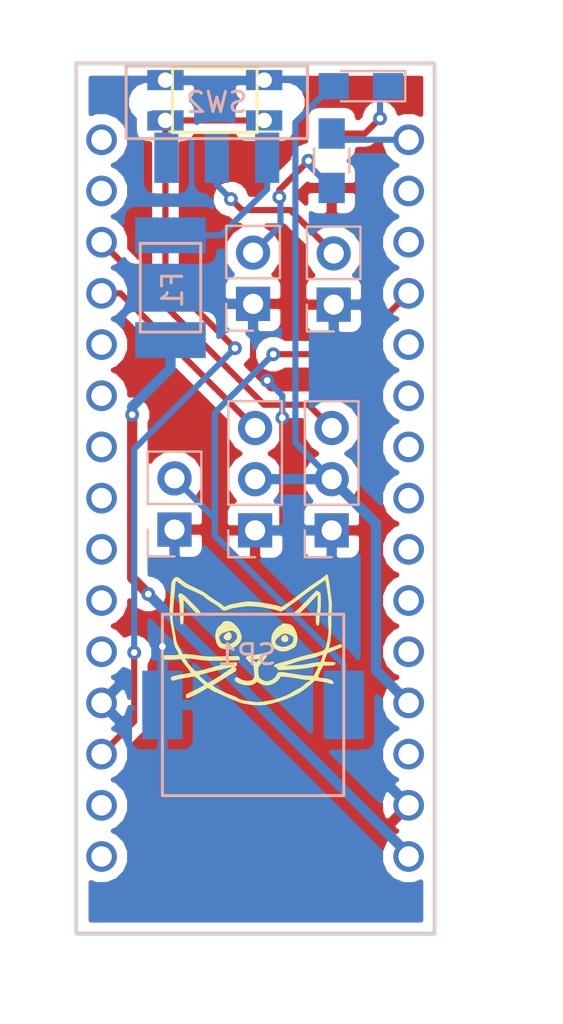
<source format=kicad_pcb>
(kicad_pcb (version 4) (host pcbnew 4.0.4-stable)

  (general
    (links 25)
    (no_connects 25)
    (area 196.774999 82.474999 214.705001 125.805001)
    (thickness 1.6)
    (drawings 16)
    (tracks 83)
    (zones 0)
    (modules 14)
    (nets 35)
  )

  (page A4)
  (layers
    (0 F.Cu signal)
    (31 B.Cu signal)
    (32 B.Adhes user hide)
    (33 F.Adhes user hide)
    (34 B.Paste user hide)
    (35 F.Paste user hide)
    (36 B.SilkS user hide)
    (37 F.SilkS user hide)
    (38 B.Mask user hide)
    (39 F.Mask user)
    (40 Dwgs.User user hide)
    (41 Cmts.User user hide)
    (42 Eco1.User user hide)
    (43 Eco2.User user hide)
    (44 Edge.Cuts user hide)
    (45 Margin user hide)
    (46 B.CrtYd user hide)
    (47 F.CrtYd user hide)
    (48 B.Fab user hide)
    (49 F.Fab user hide)
  )

  (setup
    (last_trace_width 0.3048)
    (user_trace_width 0.508)
    (trace_clearance 0.1524)
    (zone_clearance 0.508)
    (zone_45_only no)
    (trace_min 0.3048)
    (segment_width 0.2)
    (edge_width 0.15)
    (via_size 0.6858)
    (via_drill 0.3302)
    (via_min_size 0.6858)
    (via_min_drill 0.3302)
    (uvia_size 0.762)
    (uvia_drill 0.508)
    (uvias_allowed no)
    (uvia_min_size 0)
    (uvia_min_drill 0)
    (pcb_text_width 0.3)
    (pcb_text_size 1.5 1.5)
    (mod_edge_width 0.15)
    (mod_text_size 1 1)
    (mod_text_width 0.15)
    (pad_size 1.524 1.524)
    (pad_drill 0.762)
    (pad_to_mask_clearance 0.2)
    (aux_axis_origin 0 0)
    (grid_origin 228.6 95.25)
    (visible_elements 7FFFFFFF)
    (pcbplotparams
      (layerselection 0x00030_80000001)
      (usegerberextensions false)
      (excludeedgelayer true)
      (linewidth 0.100000)
      (plotframeref false)
      (viasonmask false)
      (mode 1)
      (useauxorigin false)
      (hpglpennumber 1)
      (hpglpenspeed 20)
      (hpglpendiameter 15)
      (hpglpenoverlay 2)
      (psnegative false)
      (psa4output false)
      (plotreference true)
      (plotvalue true)
      (plotinvisibletext false)
      (padsonsilk false)
      (subtractmaskfromsilk false)
      (outputformat 1)
      (mirror false)
      (drillshape 1)
      (scaleselection 1)
      (outputdirectory ""))
  )

  (net 0 "")
  (net 1 "Net-(D1-Pad1)")
  (net 2 5V)
  (net 3 GND)
  (net 4 VCC)
  (net 5 "Net-(P2-Pad2)")
  (net 6 LSERVO)
  (net 7 RSERVO)
  (net 8 BUZZ)
  (net 9 TAIL)
  (net 10 "Net-(U1-Pad1)")
  (net 11 "Net-(U1-Pad2)")
  (net 12 "Net-(U1-Pad5)")
  (net 13 "Net-(U1-Pad6)")
  (net 14 "Net-(U1-Pad7)")
  (net 15 "Net-(U1-Pad8)")
  (net 16 "Net-(U1-Pad9)")
  (net 17 "Net-(U1-Pad10)")
  (net 18 "Net-(U1-Pad11)")
  (net 19 "Net-(U1-Pad14)")
  (net 20 "Net-(U1-Pad15)")
  (net 21 "Net-(U1-Pad17)")
  (net 22 "Net-(U1-Pad18)")
  (net 23 "Net-(U1-Pad20)")
  (net 24 "Net-(U1-Pad21)")
  (net 25 "Net-(U1-Pad22)")
  (net 26 "Net-(U1-Pad23)")
  (net 27 "Net-(U1-Pad24)")
  (net 28 "Net-(U1-Pad25)")
  (net 29 "Net-(U1-Pad26)")
  (net 30 "Net-(U1-Pad28)")
  (net 31 "Net-(F1-Pad1)")
  (net 32 "Net-(P1-Pad2)")
  (net 33 RST)
  (net 34 "Net-(SW2-Pad1)")

  (net_class Default "This is the default net class."
    (clearance 0.1524)
    (trace_width 0.3048)
    (via_dia 0.6858)
    (via_drill 0.3302)
    (uvia_dia 0.762)
    (uvia_drill 0.508)
    (add_net 5V)
    (add_net BUZZ)
    (add_net GND)
    (add_net LSERVO)
    (add_net "Net-(D1-Pad1)")
    (add_net "Net-(F1-Pad1)")
    (add_net "Net-(P1-Pad2)")
    (add_net "Net-(P2-Pad2)")
    (add_net "Net-(SW2-Pad1)")
    (add_net "Net-(U1-Pad1)")
    (add_net "Net-(U1-Pad10)")
    (add_net "Net-(U1-Pad11)")
    (add_net "Net-(U1-Pad14)")
    (add_net "Net-(U1-Pad15)")
    (add_net "Net-(U1-Pad17)")
    (add_net "Net-(U1-Pad18)")
    (add_net "Net-(U1-Pad2)")
    (add_net "Net-(U1-Pad20)")
    (add_net "Net-(U1-Pad21)")
    (add_net "Net-(U1-Pad22)")
    (add_net "Net-(U1-Pad23)")
    (add_net "Net-(U1-Pad24)")
    (add_net "Net-(U1-Pad25)")
    (add_net "Net-(U1-Pad26)")
    (add_net "Net-(U1-Pad28)")
    (add_net "Net-(U1-Pad5)")
    (add_net "Net-(U1-Pad6)")
    (add_net "Net-(U1-Pad7)")
    (add_net "Net-(U1-Pad8)")
    (add_net "Net-(U1-Pad9)")
    (add_net RSERVO)
    (add_net RST)
    (add_net TAIL)
    (add_net VCC)
  )

  (module LEDs:LED_0805_HandSoldering (layer B.Cu) (tedit 597FE334) (tstamp 597FC675)
    (at 210.95 83.65 180)
    (descr "Resistor SMD 0805, hand soldering")
    (tags "resistor 0805")
    (path /597FE136)
    (attr smd)
    (fp_text reference D1 (at 0 1.7 180) (layer B.Fab)
      (effects (font (size 1 1) (thickness 0.15)) (justify mirror))
    )
    (fp_text value LED (at 0 -1.75 180) (layer B.Fab)
      (effects (font (size 1 1) (thickness 0.15)) (justify mirror))
    )
    (fp_line (start -0.4 0.4) (end -0.4 -0.4) (layer B.Fab) (width 0.1))
    (fp_line (start -0.4 0) (end 0.2 0.4) (layer B.Fab) (width 0.1))
    (fp_line (start 0.2 -0.4) (end -0.4 0) (layer B.Fab) (width 0.1))
    (fp_line (start 0.2 0.4) (end 0.2 -0.4) (layer B.Fab) (width 0.1))
    (fp_line (start -1 -0.62) (end -1 0.62) (layer B.Fab) (width 0.1))
    (fp_line (start 1 -0.62) (end -1 -0.62) (layer B.Fab) (width 0.1))
    (fp_line (start 1 0.62) (end 1 -0.62) (layer B.Fab) (width 0.1))
    (fp_line (start -1 0.62) (end 1 0.62) (layer B.Fab) (width 0.1))
    (fp_line (start 1 -0.75) (end -2.2 -0.75) (layer B.SilkS) (width 0.12))
    (fp_line (start -2.2 0.75) (end 1 0.75) (layer B.SilkS) (width 0.12))
    (fp_line (start -2.35 0.9) (end 2.35 0.9) (layer B.CrtYd) (width 0.05))
    (fp_line (start -2.35 0.9) (end -2.35 -0.9) (layer B.CrtYd) (width 0.05))
    (fp_line (start 2.35 -0.9) (end 2.35 0.9) (layer B.CrtYd) (width 0.05))
    (fp_line (start 2.35 -0.9) (end -2.35 -0.9) (layer B.CrtYd) (width 0.05))
    (fp_line (start -2.2 0.75) (end -2.2 -0.75) (layer B.SilkS) (width 0.12))
    (pad 1 smd rect (at -1.35 0 180) (size 1.5 1.3) (layers B.Cu B.Paste B.Mask)
      (net 1 "Net-(D1-Pad1)"))
    (pad 2 smd rect (at 1.35 0 180) (size 1.5 1.3) (layers B.Cu B.Paste B.Mask)
      (net 2 5V))
    (model ${KISYS3DMOD}/LEDs.3dshapes/LED_0805.wrl
      (at (xyz 0 0 0))
      (scale (xyz 1 1 1))
      (rotate (xyz 0 0 0))
    )
  )

  (module Pin_Headers:Pin_Header_Straight_1x02_Pitch2.54mm (layer B.Cu) (tedit 597FE322) (tstamp 597FC67B)
    (at 209.6 94.49)
    (descr "Through hole straight pin header, 1x02, 2.54mm pitch, single row")
    (tags "Through hole pin header THT 1x02 2.54mm single row")
    (path /597FBC27)
    (fp_text reference P1 (at 0 2.33) (layer B.Fab)
      (effects (font (size 1 1) (thickness 0.15)) (justify mirror))
    )
    (fp_text value CONN_01X02 (at 0 -4.87) (layer B.Fab)
      (effects (font (size 1 1) (thickness 0.15)) (justify mirror))
    )
    (fp_line (start -0.635 1.27) (end 1.27 1.27) (layer B.Fab) (width 0.1))
    (fp_line (start 1.27 1.27) (end 1.27 -3.81) (layer B.Fab) (width 0.1))
    (fp_line (start 1.27 -3.81) (end -1.27 -3.81) (layer B.Fab) (width 0.1))
    (fp_line (start -1.27 -3.81) (end -1.27 0.635) (layer B.Fab) (width 0.1))
    (fp_line (start -1.27 0.635) (end -0.635 1.27) (layer B.Fab) (width 0.1))
    (fp_line (start -1.33 -3.87) (end 1.33 -3.87) (layer B.SilkS) (width 0.12))
    (fp_line (start -1.33 -1.27) (end -1.33 -3.87) (layer B.SilkS) (width 0.12))
    (fp_line (start 1.33 -1.27) (end 1.33 -3.87) (layer B.SilkS) (width 0.12))
    (fp_line (start -1.33 -1.27) (end 1.33 -1.27) (layer B.SilkS) (width 0.12))
    (fp_line (start -1.33 0) (end -1.33 1.33) (layer B.SilkS) (width 0.12))
    (fp_line (start -1.33 1.33) (end 0 1.33) (layer B.SilkS) (width 0.12))
    (fp_line (start -1.8 1.8) (end -1.8 -4.35) (layer B.CrtYd) (width 0.05))
    (fp_line (start -1.8 -4.35) (end 1.8 -4.35) (layer B.CrtYd) (width 0.05))
    (fp_line (start 1.8 -4.35) (end 1.8 1.8) (layer B.CrtYd) (width 0.05))
    (fp_line (start 1.8 1.8) (end -1.8 1.8) (layer B.CrtYd) (width 0.05))
    (fp_text user %R (at 0 -1.27 270) (layer B.Fab)
      (effects (font (size 1 1) (thickness 0.15)) (justify mirror))
    )
    (pad 1 thru_hole rect (at 0 0) (size 1.7 1.7) (drill 1) (layers *.Cu *.Mask)
      (net 3 GND))
    (pad 2 thru_hole oval (at 0 -2.54) (size 1.7 1.7) (drill 1) (layers *.Cu *.Mask)
      (net 32 "Net-(P1-Pad2)"))
    (model ${KISYS3DMOD}/Pin_Headers.3dshapes/Pin_Header_Straight_1x02_Pitch2.54mm.wrl
      (at (xyz 0 0 0))
      (scale (xyz 1 1 1))
      (rotate (xyz 0 0 0))
    )
  )

  (module Pin_Headers:Pin_Header_Straight_1x02_Pitch2.54mm (layer B.Cu) (tedit 597FE35C) (tstamp 597FC681)
    (at 205.6 94.45)
    (descr "Through hole straight pin header, 1x02, 2.54mm pitch, single row")
    (tags "Through hole pin header THT 1x02 2.54mm single row")
    (path /597FBD10)
    (fp_text reference P2 (at 0 2.33) (layer B.Fab)
      (effects (font (size 1 1) (thickness 0.15)) (justify mirror))
    )
    (fp_text value CONN_01X02 (at 0 -4.87) (layer B.Fab)
      (effects (font (size 1 1) (thickness 0.15)) (justify mirror))
    )
    (fp_line (start -0.635 1.27) (end 1.27 1.27) (layer B.Fab) (width 0.1))
    (fp_line (start 1.27 1.27) (end 1.27 -3.81) (layer B.Fab) (width 0.1))
    (fp_line (start 1.27 -3.81) (end -1.27 -3.81) (layer B.Fab) (width 0.1))
    (fp_line (start -1.27 -3.81) (end -1.27 0.635) (layer B.Fab) (width 0.1))
    (fp_line (start -1.27 0.635) (end -0.635 1.27) (layer B.Fab) (width 0.1))
    (fp_line (start -1.33 -3.87) (end 1.33 -3.87) (layer B.SilkS) (width 0.12))
    (fp_line (start -1.33 -1.27) (end -1.33 -3.87) (layer B.SilkS) (width 0.12))
    (fp_line (start 1.33 -1.27) (end 1.33 -3.87) (layer B.SilkS) (width 0.12))
    (fp_line (start -1.33 -1.27) (end 1.33 -1.27) (layer B.SilkS) (width 0.12))
    (fp_line (start -1.33 0) (end -1.33 1.33) (layer B.SilkS) (width 0.12))
    (fp_line (start -1.33 1.33) (end 0 1.33) (layer B.SilkS) (width 0.12))
    (fp_line (start -1.8 1.8) (end -1.8 -4.35) (layer B.CrtYd) (width 0.05))
    (fp_line (start -1.8 -4.35) (end 1.8 -4.35) (layer B.CrtYd) (width 0.05))
    (fp_line (start 1.8 -4.35) (end 1.8 1.8) (layer B.CrtYd) (width 0.05))
    (fp_line (start 1.8 1.8) (end -1.8 1.8) (layer B.CrtYd) (width 0.05))
    (fp_text user %R (at 0 -1.27 270) (layer B.Fab)
      (effects (font (size 1 1) (thickness 0.15)) (justify mirror))
    )
    (pad 1 thru_hole rect (at 0 0) (size 1.7 1.7) (drill 1) (layers *.Cu *.Mask)
      (net 3 GND))
    (pad 2 thru_hole oval (at 0 -2.54) (size 1.7 1.7) (drill 1) (layers *.Cu *.Mask)
      (net 5 "Net-(P2-Pad2)"))
    (model ${KISYS3DMOD}/Pin_Headers.3dshapes/Pin_Header_Straight_1x02_Pitch2.54mm.wrl
      (at (xyz 0 0 0))
      (scale (xyz 1 1 1))
      (rotate (xyz 0 0 0))
    )
  )

  (module Pin_Headers:Pin_Header_Straight_1x03_Pitch2.54mm (layer B.Cu) (tedit 597FE364) (tstamp 597FC688)
    (at 205.7 105.69)
    (descr "Through hole straight pin header, 1x03, 2.54mm pitch, single row")
    (tags "Through hole pin header THT 1x03 2.54mm single row")
    (path /597FB9B0)
    (fp_text reference P3 (at 0 2.33) (layer B.Fab)
      (effects (font (size 1 1) (thickness 0.15)) (justify mirror))
    )
    (fp_text value CONN_01X03 (at 0 -7.41) (layer B.Fab)
      (effects (font (size 1 1) (thickness 0.15)) (justify mirror))
    )
    (fp_line (start -0.635 1.27) (end 1.27 1.27) (layer B.Fab) (width 0.1))
    (fp_line (start 1.27 1.27) (end 1.27 -6.35) (layer B.Fab) (width 0.1))
    (fp_line (start 1.27 -6.35) (end -1.27 -6.35) (layer B.Fab) (width 0.1))
    (fp_line (start -1.27 -6.35) (end -1.27 0.635) (layer B.Fab) (width 0.1))
    (fp_line (start -1.27 0.635) (end -0.635 1.27) (layer B.Fab) (width 0.1))
    (fp_line (start -1.33 -6.41) (end 1.33 -6.41) (layer B.SilkS) (width 0.12))
    (fp_line (start -1.33 -1.27) (end -1.33 -6.41) (layer B.SilkS) (width 0.12))
    (fp_line (start 1.33 -1.27) (end 1.33 -6.41) (layer B.SilkS) (width 0.12))
    (fp_line (start -1.33 -1.27) (end 1.33 -1.27) (layer B.SilkS) (width 0.12))
    (fp_line (start -1.33 0) (end -1.33 1.33) (layer B.SilkS) (width 0.12))
    (fp_line (start -1.33 1.33) (end 0 1.33) (layer B.SilkS) (width 0.12))
    (fp_line (start -1.8 1.8) (end -1.8 -6.85) (layer B.CrtYd) (width 0.05))
    (fp_line (start -1.8 -6.85) (end 1.8 -6.85) (layer B.CrtYd) (width 0.05))
    (fp_line (start 1.8 -6.85) (end 1.8 1.8) (layer B.CrtYd) (width 0.05))
    (fp_line (start 1.8 1.8) (end -1.8 1.8) (layer B.CrtYd) (width 0.05))
    (fp_text user %R (at 0 -2.54 270) (layer B.Fab)
      (effects (font (size 1 1) (thickness 0.15)) (justify mirror))
    )
    (pad 1 thru_hole rect (at 0 0) (size 1.7 1.7) (drill 1) (layers *.Cu *.Mask)
      (net 3 GND))
    (pad 2 thru_hole oval (at 0 -2.54) (size 1.7 1.7) (drill 1) (layers *.Cu *.Mask)
      (net 2 5V))
    (pad 3 thru_hole oval (at 0 -5.08) (size 1.7 1.7) (drill 1) (layers *.Cu *.Mask)
      (net 6 LSERVO))
    (model ${KISYS3DMOD}/Pin_Headers.3dshapes/Pin_Header_Straight_1x03_Pitch2.54mm.wrl
      (at (xyz 0 0 0))
      (scale (xyz 1 1 1))
      (rotate (xyz 0 0 0))
    )
  )

  (module Pin_Headers:Pin_Header_Straight_1x03_Pitch2.54mm (layer B.Cu) (tedit 597FE36A) (tstamp 597FC68F)
    (at 209.5 105.69)
    (descr "Through hole straight pin header, 1x03, 2.54mm pitch, single row")
    (tags "Through hole pin header THT 1x03 2.54mm single row")
    (path /597FB8A1)
    (fp_text reference P4 (at 0 2.33) (layer B.Fab)
      (effects (font (size 1 1) (thickness 0.15)) (justify mirror))
    )
    (fp_text value CONN_01X03 (at 0 -7.41) (layer B.Fab)
      (effects (font (size 1 1) (thickness 0.15)) (justify mirror))
    )
    (fp_line (start -0.635 1.27) (end 1.27 1.27) (layer B.Fab) (width 0.1))
    (fp_line (start 1.27 1.27) (end 1.27 -6.35) (layer B.Fab) (width 0.1))
    (fp_line (start 1.27 -6.35) (end -1.27 -6.35) (layer B.Fab) (width 0.1))
    (fp_line (start -1.27 -6.35) (end -1.27 0.635) (layer B.Fab) (width 0.1))
    (fp_line (start -1.27 0.635) (end -0.635 1.27) (layer B.Fab) (width 0.1))
    (fp_line (start -1.33 -6.41) (end 1.33 -6.41) (layer B.SilkS) (width 0.12))
    (fp_line (start -1.33 -1.27) (end -1.33 -6.41) (layer B.SilkS) (width 0.12))
    (fp_line (start 1.33 -1.27) (end 1.33 -6.41) (layer B.SilkS) (width 0.12))
    (fp_line (start -1.33 -1.27) (end 1.33 -1.27) (layer B.SilkS) (width 0.12))
    (fp_line (start -1.33 0) (end -1.33 1.33) (layer B.SilkS) (width 0.12))
    (fp_line (start -1.33 1.33) (end 0 1.33) (layer B.SilkS) (width 0.12))
    (fp_line (start -1.8 1.8) (end -1.8 -6.85) (layer B.CrtYd) (width 0.05))
    (fp_line (start -1.8 -6.85) (end 1.8 -6.85) (layer B.CrtYd) (width 0.05))
    (fp_line (start 1.8 -6.85) (end 1.8 1.8) (layer B.CrtYd) (width 0.05))
    (fp_line (start 1.8 1.8) (end -1.8 1.8) (layer B.CrtYd) (width 0.05))
    (fp_text user %R (at 0 -2.54 270) (layer B.Fab)
      (effects (font (size 1 1) (thickness 0.15)) (justify mirror))
    )
    (pad 1 thru_hole rect (at 0 0) (size 1.7 1.7) (drill 1) (layers *.Cu *.Mask)
      (net 3 GND))
    (pad 2 thru_hole oval (at 0 -2.54) (size 1.7 1.7) (drill 1) (layers *.Cu *.Mask)
      (net 2 5V))
    (pad 3 thru_hole oval (at 0 -5.08) (size 1.7 1.7) (drill 1) (layers *.Cu *.Mask)
      (net 7 RSERVO))
    (model ${KISYS3DMOD}/Pin_Headers.3dshapes/Pin_Header_Straight_1x03_Pitch2.54mm.wrl
      (at (xyz 0 0 0))
      (scale (xyz 1 1 1))
      (rotate (xyz 0 0 0))
    )
  )

  (module Pin_Headers:Pin_Header_Straight_1x02_Pitch2.54mm (layer B.Cu) (tedit 597FE327) (tstamp 597FC695)
    (at 201.7 105.65)
    (descr "Through hole straight pin header, 1x02, 2.54mm pitch, single row")
    (tags "Through hole pin header THT 1x02 2.54mm single row")
    (path /597FDB7A)
    (fp_text reference P5 (at 0 2.33) (layer B.Fab)
      (effects (font (size 1 1) (thickness 0.15)) (justify mirror))
    )
    (fp_text value CONN_01X02 (at 0 -4.87) (layer B.Fab)
      (effects (font (size 1 1) (thickness 0.15)) (justify mirror))
    )
    (fp_line (start -0.635 1.27) (end 1.27 1.27) (layer B.Fab) (width 0.1))
    (fp_line (start 1.27 1.27) (end 1.27 -3.81) (layer B.Fab) (width 0.1))
    (fp_line (start 1.27 -3.81) (end -1.27 -3.81) (layer B.Fab) (width 0.1))
    (fp_line (start -1.27 -3.81) (end -1.27 0.635) (layer B.Fab) (width 0.1))
    (fp_line (start -1.27 0.635) (end -0.635 1.27) (layer B.Fab) (width 0.1))
    (fp_line (start -1.33 -3.87) (end 1.33 -3.87) (layer B.SilkS) (width 0.12))
    (fp_line (start -1.33 -1.27) (end -1.33 -3.87) (layer B.SilkS) (width 0.12))
    (fp_line (start 1.33 -1.27) (end 1.33 -3.87) (layer B.SilkS) (width 0.12))
    (fp_line (start -1.33 -1.27) (end 1.33 -1.27) (layer B.SilkS) (width 0.12))
    (fp_line (start -1.33 0) (end -1.33 1.33) (layer B.SilkS) (width 0.12))
    (fp_line (start -1.33 1.33) (end 0 1.33) (layer B.SilkS) (width 0.12))
    (fp_line (start -1.8 1.8) (end -1.8 -4.35) (layer B.CrtYd) (width 0.05))
    (fp_line (start -1.8 -4.35) (end 1.8 -4.35) (layer B.CrtYd) (width 0.05))
    (fp_line (start 1.8 -4.35) (end 1.8 1.8) (layer B.CrtYd) (width 0.05))
    (fp_line (start 1.8 1.8) (end -1.8 1.8) (layer B.CrtYd) (width 0.05))
    (fp_text user %R (at 0 -1.27 270) (layer B.Fab)
      (effects (font (size 1 1) (thickness 0.15)) (justify mirror))
    )
    (pad 1 thru_hole rect (at 0 0) (size 1.7 1.7) (drill 1) (layers *.Cu *.Mask)
      (net 3 GND))
    (pad 2 thru_hole oval (at 0 -2.54) (size 1.7 1.7) (drill 1) (layers *.Cu *.Mask)
      (net 8 BUZZ))
    (model ${KISYS3DMOD}/Pin_Headers.3dshapes/Pin_Header_Straight_1x02_Pitch2.54mm.wrl
      (at (xyz 0 0 0))
      (scale (xyz 1 1 1))
      (rotate (xyz 0 0 0))
    )
  )

  (module Resistors_SMD:R_0805_HandSoldering (layer F.Cu) (tedit 597FE347) (tstamp 597FC69B)
    (at 209.5 87.35 270)
    (descr "Resistor SMD 0805, hand soldering")
    (tags "resistor 0805")
    (path /597FE2C9)
    (attr smd)
    (fp_text reference R1 (at 0 -1.7 270) (layer F.Fab)
      (effects (font (size 1 1) (thickness 0.15)))
    )
    (fp_text value R (at 0 1.75 270) (layer F.Fab)
      (effects (font (size 1 1) (thickness 0.15)))
    )
    (fp_text user %R (at 0 0 270) (layer F.Fab)
      (effects (font (size 0.5 0.5) (thickness 0.075)))
    )
    (fp_line (start -1 0.62) (end -1 -0.62) (layer F.Fab) (width 0.1))
    (fp_line (start 1 0.62) (end -1 0.62) (layer F.Fab) (width 0.1))
    (fp_line (start 1 -0.62) (end 1 0.62) (layer F.Fab) (width 0.1))
    (fp_line (start -1 -0.62) (end 1 -0.62) (layer F.Fab) (width 0.1))
    (fp_line (start 0.6 0.88) (end -0.6 0.88) (layer F.SilkS) (width 0.12))
    (fp_line (start -0.6 -0.88) (end 0.6 -0.88) (layer F.SilkS) (width 0.12))
    (fp_line (start -2.35 -0.9) (end 2.35 -0.9) (layer F.CrtYd) (width 0.05))
    (fp_line (start -2.35 -0.9) (end -2.35 0.9) (layer F.CrtYd) (width 0.05))
    (fp_line (start 2.35 0.9) (end 2.35 -0.9) (layer F.CrtYd) (width 0.05))
    (fp_line (start 2.35 0.9) (end -2.35 0.9) (layer F.CrtYd) (width 0.05))
    (pad 1 smd rect (at -1.35 0 270) (size 1.5 1.3) (layers F.Cu F.Paste F.Mask)
      (net 1 "Net-(D1-Pad1)"))
    (pad 2 smd rect (at 1.35 0 270) (size 1.5 1.3) (layers F.Cu F.Paste F.Mask)
      (net 3 GND))
    (model ${KISYS3DMOD}/Resistors_SMD.3dshapes/R_0805.wrl
      (at (xyz 0 0 0))
      (scale (xyz 1 1 1))
      (rotate (xyz 0 0 0))
    )
  )

  (module Resistors_SMD:R_0805_HandSoldering (layer B.Cu) (tedit 597FE354) (tstamp 597FC6A1)
    (at 209.5 87.35 90)
    (descr "Resistor SMD 0805, hand soldering")
    (tags "resistor 0805")
    (path /597FBD6D)
    (attr smd)
    (fp_text reference R2 (at 0 1.7 90) (layer B.Fab)
      (effects (font (size 1 1) (thickness 0.15)) (justify mirror))
    )
    (fp_text value R (at 0 -1.75 90) (layer B.Fab)
      (effects (font (size 1 1) (thickness 0.15)) (justify mirror))
    )
    (fp_text user %R (at 0 0 90) (layer B.Fab)
      (effects (font (size 0.5 0.5) (thickness 0.075)) (justify mirror))
    )
    (fp_line (start -1 -0.62) (end -1 0.62) (layer B.Fab) (width 0.1))
    (fp_line (start 1 -0.62) (end -1 -0.62) (layer B.Fab) (width 0.1))
    (fp_line (start 1 0.62) (end 1 -0.62) (layer B.Fab) (width 0.1))
    (fp_line (start -1 0.62) (end 1 0.62) (layer B.Fab) (width 0.1))
    (fp_line (start 0.6 -0.88) (end -0.6 -0.88) (layer B.SilkS) (width 0.12))
    (fp_line (start -0.6 0.88) (end 0.6 0.88) (layer B.SilkS) (width 0.12))
    (fp_line (start -2.35 0.9) (end 2.35 0.9) (layer B.CrtYd) (width 0.05))
    (fp_line (start -2.35 0.9) (end -2.35 -0.9) (layer B.CrtYd) (width 0.05))
    (fp_line (start 2.35 -0.9) (end 2.35 0.9) (layer B.CrtYd) (width 0.05))
    (fp_line (start 2.35 -0.9) (end -2.35 -0.9) (layer B.CrtYd) (width 0.05))
    (pad 1 smd rect (at -1.35 0 90) (size 1.5 1.3) (layers B.Cu B.Paste B.Mask)
      (net 5 "Net-(P2-Pad2)"))
    (pad 2 smd rect (at 1.35 0 90) (size 1.5 1.3) (layers B.Cu B.Paste B.Mask)
      (net 9 TAIL))
    (model ${KISYS3DMOD}/Resistors_SMD.3dshapes/R_0805.wrl
      (at (xyz 0 0 0))
      (scale (xyz 1 1 1))
      (rotate (xyz 0 0 0))
    )
  )

  (module CodeKitty:CKlogo (layer F.Cu) (tedit 0) (tstamp 597FDE11)
    (at 205.4 111.15)
    (fp_text reference G*** (at 0 0) (layer F.SilkS) hide
      (effects (font (thickness 0.3)))
    )
    (fp_text value LOGO (at 0.75 0) (layer F.SilkS) hide
      (effects (font (thickness 0.3)))
    )
    (fp_poly (pts (xy 3.878256 -3.26461) (xy 3.905344 -3.222853) (xy 3.929264 -3.142637) (xy 3.952685 -3.019892)
      (xy 3.977661 -2.854896) (xy 3.998058 -2.710008) (xy 4.017069 -2.571974) (xy 4.032931 -2.453808)
      (xy 4.04388 -2.368524) (xy 4.046151 -2.3495) (xy 4.057284 -2.260071) (xy 4.072811 -2.144452)
      (xy 4.089497 -2.026679) (xy 4.090578 -2.0193) (xy 4.105684 -1.855219) (xy 4.108013 -1.672173)
      (xy 4.103551 -1.5748) (xy 4.098205 -1.475482) (xy 4.092982 -1.337184) (xy 4.088211 -1.171726)
      (xy 4.084223 -0.990927) (xy 4.081349 -0.806607) (xy 4.080849 -0.762) (xy 4.072954 -0.442386)
      (xy 4.056192 -0.17098) (xy 4.030364 0.054064) (xy 3.995267 0.234592) (xy 3.959973 0.349282)
      (xy 3.947943 0.393648) (xy 3.96226 0.401651) (xy 3.968276 0.399625) (xy 4.003676 0.385749)
      (xy 4.075614 0.357507) (xy 4.173347 0.319117) (xy 4.277224 0.2783) (xy 4.395466 0.232328)
      (xy 4.475565 0.203531) (xy 4.526518 0.190157) (xy 4.557326 0.190458) (xy 4.576986 0.202682)
      (xy 4.589108 0.217633) (xy 4.616523 0.278021) (xy 4.597537 0.32566) (xy 4.530097 0.365112)
      (xy 4.5212 0.36856) (xy 4.46169 0.391701) (xy 4.368771 0.428678) (xy 4.256035 0.474054)
      (xy 4.156858 0.514318) (xy 3.881416 0.626606) (xy 3.807608 0.810312) (xy 3.772338 0.902445)
      (xy 3.746243 0.978897) (xy 3.734125 1.025398) (xy 3.7338 1.02955) (xy 3.74482 1.046236)
      (xy 3.782754 1.057974) (xy 3.854908 1.06591) (xy 3.968592 1.071186) (xy 4.00685 1.07229)
      (xy 4.12747 1.076036) (xy 4.206495 1.081047) (xy 4.253125 1.089426) (xy 4.276558 1.10328)
      (xy 4.285992 1.12471) (xy 4.288011 1.136609) (xy 4.282257 1.178898) (xy 4.247653 1.209374)
      (xy 4.17893 1.229501) (xy 4.070818 1.240744) (xy 3.918049 1.244569) (xy 3.899624 1.2446)
      (xy 3.78217 1.245046) (xy 3.706917 1.247648) (xy 3.665268 1.254303) (xy 3.648625 1.266907)
      (xy 3.648388 1.287356) (xy 3.651279 1.299371) (xy 3.65396 1.3368) (xy 3.640851 1.338846)
      (xy 3.62193 1.354483) (xy 3.589776 1.408635) (xy 3.549206 1.492337) (xy 3.513129 1.576513)
      (xy 3.467642 1.685969) (xy 3.440196 1.760693) (xy 3.436301 1.808401) (xy 3.461466 1.836811)
      (xy 3.521201 1.853637) (xy 3.621016 1.866596) (xy 3.729004 1.878836) (xy 3.838925 1.895847)
      (xy 3.939219 1.918185) (xy 4.011323 1.941569) (xy 4.021104 1.94619) (xy 4.086771 1.97992)
      (xy 4.137397 2.005086) (xy 4.1402 2.00642) (xy 4.171061 2.042924) (xy 4.186697 2.095444)
      (xy 4.18948 2.137862) (xy 4.176274 2.156558) (xy 4.134716 2.157567) (xy 4.074959 2.149999)
      (xy 3.997254 2.135225) (xy 3.939251 2.116846) (xy 3.924962 2.10875) (xy 3.88876 2.095301)
      (xy 3.813829 2.078051) (xy 3.711858 2.059425) (xy 3.617786 2.045038) (xy 3.50125 2.028061)
      (xy 3.400971 2.012311) (xy 3.329152 1.999772) (xy 3.300485 1.993419) (xy 3.256663 2.002254)
      (xy 3.203431 2.042598) (xy 3.198699 2.047576) (xy 3.147814 2.0961) (xy 3.066338 2.166586)
      (xy 2.96453 2.250798) (xy 2.852649 2.340499) (xy 2.740953 2.427454) (xy 2.639702 2.503426)
      (xy 2.5654 2.555999) (xy 2.464118 2.616701) (xy 2.327633 2.68794) (xy 2.168833 2.763898)
      (xy 2.000609 2.838755) (xy 1.835852 2.90669) (xy 1.68745 2.961884) (xy 1.612682 2.986147)
      (xy 1.477295 3.026797) (xy 1.321941 3.073526) (xy 1.175282 3.11771) (xy 1.143 3.127449)
      (xy 0.839912 3.193673) (xy 0.510745 3.217692) (xy 0.157786 3.199443) (xy -0.1016 3.161598)
      (xy -0.23315 3.135941) (xy -0.351318 3.109796) (xy -0.444658 3.085911) (xy -0.501724 3.067036)
      (xy -0.508 3.063981) (xy -0.558539 3.039718) (xy -0.642731 3.003084) (xy -0.746826 2.959962)
      (xy -0.8128 2.933547) (xy -0.946839 2.878509) (xy -1.101014 2.812) (xy -1.249932 2.745075)
      (xy -1.3081 2.717941) (xy -1.423358 2.66482) (xy -1.53278 2.616961) (xy -1.621629 2.580679)
      (xy -1.6637 2.565549) (xy -1.742399 2.532092) (xy -1.835332 2.480653) (xy -1.891902 2.443597)
      (xy -1.962977 2.395987) (xy -2.019139 2.363499) (xy -2.044302 2.353969) (xy -2.078233 2.366613)
      (xy -2.140216 2.399211) (xy -2.202687 2.436111) (xy -2.393778 2.550472) (xy -2.558344 2.641384)
      (xy -2.6416 2.683059) (xy -2.789327 2.752785) (xy -2.898198 2.802943) (xy -2.975087 2.836085)
      (xy -3.026869 2.854764) (xy -3.060419 2.861534) (xy -3.08261 2.858946) (xy -3.096572 2.852002)
      (xy -3.126112 2.809797) (xy -3.1369 2.753131) (xy -3.131562 2.710655) (xy -3.108626 2.677626)
      (xy -3.057711 2.644149) (xy -2.9845 2.607864) (xy -2.806162 2.522908) (xy -2.641278 2.442653)
      (xy -2.497548 2.370956) (xy -2.382671 2.311669) (xy -2.304348 2.268649) (xy -2.29119 2.260769)
      (xy -2.207479 2.209135) (xy -2.31659 2.113293) (xy -2.396097 2.041902) (xy -2.48844 1.956775)
      (xy -2.5527 1.896228) (xy -2.625625 1.83046) (xy -2.677994 1.79567) (xy -2.722954 1.784825)
      (xy -2.7559 1.787521) (xy -2.998617 1.828045) (xy -3.196677 1.862648) (xy -3.355737 1.892422)
      (xy -3.481456 1.918456) (xy -3.579491 1.94184) (xy -3.631166 1.956171) (xy -3.719912 1.981227)
      (xy -3.774422 1.991075) (xy -3.808791 1.986149) (xy -3.837114 1.966886) (xy -3.841834 1.962677)
      (xy -3.876237 1.906326) (xy -3.8742 1.846394) (xy -3.836531 1.802967) (xy -3.8354 1.802395)
      (xy -3.779145 1.78273) (xy -3.68314 1.757857) (xy -3.557885 1.73004) (xy -3.54146 1.72679)
      (xy -2.48415 1.72679) (xy -2.4608 1.755984) (xy -2.408835 1.807546) (xy -2.338071 1.872899)
      (xy -2.258326 1.943465) (xy -2.179416 2.010667) (xy -2.111157 2.065928) (xy -2.063367 2.100671)
      (xy -2.047619 2.1082) (xy -2.015442 2.09573) (xy -1.949389 2.06171) (xy -1.858843 2.011216)
      (xy -1.753189 1.94933) (xy -1.744593 1.944176) (xy -1.625868 1.872004) (xy -1.510271 1.800232)
      (xy -1.411816 1.737645) (xy -1.349584 1.696526) (xy -1.272126 1.643558) (xy -1.170317 1.574159)
      (xy -1.06186 1.50039) (xy -1.021817 1.4732) (xy -0.938648 1.41385) (xy -0.878771 1.365375)
      (xy -0.849428 1.334013) (xy -0.850546 1.32566) (xy -0.884024 1.329197) (xy -0.958685 1.343165)
      (xy -1.066429 1.365673) (xy -1.199157 1.394828) (xy -1.348768 1.428739) (xy -1.507164 1.465514)
      (xy -1.666244 1.503261) (xy -1.817908 1.540087) (xy -1.954057 1.574103) (xy -2.066592 1.603414)
      (xy -2.147412 1.626131) (xy -2.175254 1.635072) (xy -2.268711 1.662938) (xy -2.369209 1.685863)
      (xy -2.382885 1.688303) (xy -2.446996 1.703486) (xy -2.48185 1.720356) (xy -2.48415 1.72679)
      (xy -3.54146 1.72679) (xy -3.413878 1.701546) (xy -3.261618 1.67464) (xy -3.190775 1.663277)
      (xy -3.080494 1.644869) (xy -2.987288 1.626825) (xy -2.923869 1.611736) (xy -2.905187 1.605059)
      (xy -2.898888 1.585588) (xy -2.918136 1.54438) (xy -2.965872 1.476872) (xy -3.045039 1.3785)
      (xy -3.072192 1.346047) (xy -3.155539 1.243674) (xy -3.230494 1.145529) (xy -3.28849 1.063211)
      (xy -3.31968 1.011056) (xy -3.3655 0.915679) (xy -3.5433 0.934089) (xy -3.648197 0.942104)
      (xy -3.782327 0.948353) (xy -3.924132 0.95196) (xy -3.995106 0.9525) (xy -4.123554 0.950978)
      (xy -4.209754 0.945692) (xy -4.262185 0.935556) (xy -4.289329 0.919486) (xy -4.293167 0.9144)
      (xy -4.3144 0.853772) (xy -4.313561 0.790541) (xy -4.291186 0.748509) (xy -4.289398 0.74732)
      (xy -4.25431 0.740973) (xy -4.179096 0.736376) (xy -4.074414 0.733925) (xy -3.950919 0.734016)
      (xy -3.936188 0.734205) (xy -3.806714 0.734669) (xy -3.690428 0.732606) (xy -3.599621 0.7284)
      (xy -3.546586 0.722431) (xy -3.544915 0.722035) (xy -3.508041 0.707208) (xy -3.492341 0.681415)
      (xy -3.499446 0.637364) (xy -3.530985 0.56776) (xy -3.588589 0.46531) (xy -3.610601 0.42808)
      (xy -3.649482 0.359973) (xy -3.679088 0.298147) (xy -3.702473 0.231785) (xy -3.722695 0.15007)
      (xy -3.742808 0.042187) (xy -3.76587 -0.10268) (xy -3.772072 -0.14342) (xy -3.798691 -0.317985)
      (xy -3.828279 -0.510242) (xy -3.857543 -0.698889) (xy -3.883188 -0.862623) (xy -3.887355 -0.889)
      (xy -3.910366 -1.078125) (xy -3.798874 -1.078125) (xy -3.787204 -0.965591) (xy -3.76216 -0.810386)
      (xy -3.723333 -0.609548) (xy -3.720569 -0.596045) (xy -3.689755 -0.442252) (xy -3.662048 -0.297108)
      (xy -3.639414 -0.171442) (xy -3.623816 -0.076084) (xy -3.61776 -0.029299) (xy -3.59842 0.061946)
      (xy -3.560329 0.167281) (xy -3.530765 0.2286) (xy -3.476304 0.329833) (xy -3.414665 0.446522)
      (xy -3.372806 0.52705) (xy -3.291097 0.6858) (xy -3.092301 0.6858) (xy -2.997137 0.689753)
      (xy -2.865981 0.700652) (xy -2.712942 0.717057) (xy -2.552131 0.737525) (xy -2.469102 0.749449)
      (xy -2.343852 0.767914) (xy -2.23791 0.78218) (xy -2.142464 0.792566) (xy -2.048702 0.799393)
      (xy -1.947811 0.802982) (xy -1.830979 0.803655) (xy -1.689394 0.80173) (xy -1.514243 0.79753)
      (xy -1.3081 0.791706) (xy -1.117985 0.786599) (xy -0.943108 0.78269) (xy -0.790279 0.78007)
      (xy -0.666308 0.778828) (xy -0.578006 0.779053) (xy -0.532182 0.780836) (xy -0.528501 0.78144)
      (xy -0.494138 0.812049) (xy -0.469515 0.869164) (xy -0.461499 0.929391) (xy -0.474074 0.966833)
      (xy -0.50405 0.972644) (xy -0.578485 0.978634) (xy -0.691042 0.98454) (xy -0.83538 0.990095)
      (xy -1.005161 0.995037) (xy -1.194048 0.999101) (xy -1.283094 1.000566) (xy -1.538326 1.003672)
      (xy -1.752167 1.004315) (xy -1.933992 1.001953) (xy -2.093173 0.996041) (xy -2.239083 0.986035)
      (xy -2.381096 0.971392) (xy -2.528586 0.951569) (xy -2.690925 0.926021) (xy -2.7559 0.915132)
      (xy -2.868359 0.900254) (xy -2.986927 0.890843) (xy -3.04423 0.889147) (xy -3.180159 0.889)
      (xy -3.12043 0.9895) (xy -3.064257 1.073938) (xy -2.989327 1.172987) (xy -2.905003 1.275701)
      (xy -2.820648 1.371131) (xy -2.745626 1.448331) (xy -2.689301 1.496354) (xy -2.683914 1.499838)
      (xy -2.658955 1.514535) (xy -2.634496 1.524627) (xy -2.604495 1.529018) (xy -2.56291 1.526615)
      (xy -2.503697 1.516323) (xy -2.420814 1.497047) (xy -2.308218 1.467692) (xy -2.159866 1.427164)
      (xy -1.969716 1.374369) (xy -1.929609 1.363207) (xy -1.759435 1.316721) (xy -1.576257 1.268138)
      (xy -1.398284 1.2222) (xy -1.243724 1.183645) (xy -1.193009 1.171465) (xy -1.008568 1.128886)
      (xy -0.867266 1.099424) (xy -0.763198 1.082945) (xy -0.690462 1.07932) (xy -0.643153 1.088416)
      (xy -0.615369 1.110103) (xy -0.601204 1.144249) (xy -0.59851 1.158242) (xy -0.606077 1.235201)
      (xy -0.654048 1.283517) (xy -0.718444 1.29769) (xy -0.8001 1.299981) (xy -0.71755 1.323817)
      (xy -0.661078 1.3468) (xy -0.638538 1.383943) (xy -0.635 1.436454) (xy -0.642829 1.50205)
      (xy -0.673882 1.537805) (xy -0.701174 1.550416) (xy -0.74534 1.573003) (xy -0.822312 1.618213)
      (xy -0.922734 1.680326) (xy -1.037251 1.753625) (xy -1.088524 1.787177) (xy -1.220529 1.872862)
      (xy -1.356308 1.958802) (xy -1.481632 2.036125) (xy -1.582274 2.095961) (xy -1.6002 2.106185)
      (xy -1.689172 2.157268) (xy -1.761265 2.200366) (xy -1.804806 2.228438) (xy -1.811253 2.233519)
      (xy -1.798654 2.252391) (xy -1.749071 2.288789) (xy -1.671148 2.337904) (xy -1.573528 2.394927)
      (xy -1.464854 2.455049) (xy -1.35377 2.513462) (xy -1.248918 2.565355) (xy -1.158942 2.605921)
      (xy -1.1049 2.626522) (xy -1.025577 2.654643) (xy -0.92821 2.692082) (xy -0.824648 2.733899)
      (xy -0.726738 2.775153) (xy -0.646327 2.810903) (xy -0.595262 2.836207) (xy -0.584129 2.843714)
      (xy -0.507949 2.89703) (xy -0.386473 2.944108) (xy -0.225 2.983281) (xy -0.058174 3.009375)
      (xy 0.06748 3.025029) (xy 0.181453 3.039281) (xy 0.270343 3.050454) (xy 0.3175 3.056446)
      (xy 0.387157 3.059924) (xy 0.482603 3.058085) (xy 0.584939 3.05206) (xy 0.675267 3.04298)
      (xy 0.734691 3.031976) (xy 0.7366 3.031366) (xy 0.777435 3.022173) (xy 0.855121 3.008078)
      (xy 0.956232 2.991448) (xy 1.011966 2.982832) (xy 1.172549 2.951801) (xy 1.352111 2.906017)
      (xy 1.53701 2.849956) (xy 1.713604 2.788088) (xy 1.86825 2.724887) (xy 1.987307 2.664825)
      (xy 1.9939 2.660888) (xy 2.041052 2.632141) (xy 2.115139 2.586761) (xy 2.1971 2.536429)
      (xy 2.29165 2.481338) (xy 2.385399 2.43162) (xy 2.449141 2.401923) (xy 2.565999 2.337503)
      (xy 2.707674 2.229986) (xy 2.827505 2.123489) (xy 2.877915 2.08358) (xy 2.913962 2.06778)
      (xy 2.919063 2.068903) (xy 2.94792 2.060775) (xy 2.992078 2.024591) (xy 2.997935 2.018517)
      (xy 3.056855 1.9558) (xy 2.969877 1.952792) (xy 2.904667 1.951792) (xy 2.862965 1.953405)
      (xy 2.861204 1.953673) (xy 2.829707 1.950961) (xy 2.757548 1.940887) (xy 2.654103 1.924873)
      (xy 2.528745 1.90434) (xy 2.467504 1.893975) (xy 2.318257 1.869653) (xy 2.170071 1.847584)
      (xy 2.03804 1.829881) (xy 1.937259 1.81866) (xy 1.919357 1.817163) (xy 1.815889 1.808041)
      (xy 1.720821 1.797372) (xy 1.660887 1.788496) (xy 1.607457 1.78334) (xy 1.570147 1.799692)
      (xy 1.531918 1.847482) (xy 1.515237 1.873362) (xy 1.398219 2.01423) (xy 1.248609 2.125757)
      (xy 1.079089 2.199905) (xy 0.961037 2.224631) (xy 0.817006 2.221195) (xy 0.661283 2.184091)
      (xy 0.514249 2.119049) (xy 0.457734 2.08318) (xy 0.40887 2.054391) (xy 0.382498 2.050545)
      (xy 0.381 2.054599) (xy 0.359444 2.084731) (xy 0.304226 2.124206) (xy 0.229517 2.165263)
      (xy 0.14949 2.200144) (xy 0.078318 2.22109) (xy 0.0762 2.221468) (xy -0.04226 2.227725)
      (xy -0.186126 2.214324) (xy -0.335564 2.184711) (xy -0.470738 2.14233) (xy -0.528801 2.116393)
      (xy -0.627992 2.059515) (xy -0.685334 2.009158) (xy -0.707506 1.95682) (xy -0.701757 1.896231)
      (xy -0.668278 1.843427) (xy -0.60986 1.828667) (xy -0.535512 1.852202) (xy -0.480659 1.890036)
      (xy -0.395171 1.939453) (xy -0.27657 1.978279) (xy -0.142203 2.001781) (xy -0.053341 2.0066)
      (xy 0.080258 1.991885) (xy 0.176292 1.946334) (xy 0.239097 1.867837) (xy 0.241405 1.86309)
      (xy 0.259971 1.817811) (xy 0.269778 1.770922) (xy 0.271154 1.710099) (xy 0.264424 1.623015)
      (xy 0.25089 1.505294) (xy 0.21806 1.236672) (xy 0.033717 1.081886) (xy -0.074345 0.983714)
      (xy -0.095298 0.957956) (xy 0.2032 0.957956) (xy 0.213112 0.978168) (xy 0.249072 1.014781)
      (xy 0.295863 1.054569) (xy 0.338266 1.084309) (xy 0.357522 1.092073) (xy 0.383076 1.075276)
      (xy 0.423593 1.03505) (xy 0.479075 0.969689) (xy 0.495699 0.933483) (xy 0.470111 0.920333)
      (xy 0.398962 0.924143) (xy 0.364798 0.928096) (xy 0.282988 0.93963) (xy 0.223786 0.95098)
      (xy 0.2032 0.957956) (xy -0.095298 0.957956) (xy -0.137088 0.906583) (xy -0.154043 0.847678)
      (xy -0.124741 0.804182) (xy -0.048714 0.773282) (xy 0.074507 0.752161) (xy 0.0889 0.750538)
      (xy 0.198252 0.736074) (xy 0.325585 0.715591) (xy 0.4191 0.698245) (xy 0.528623 0.678528)
      (xy 0.636632 0.662754) (xy 0.710324 0.655127) (xy 0.782979 0.653903) (xy 0.823917 0.668039)
      (xy 0.851702 0.705642) (xy 0.85895 0.720032) (xy 0.878157 0.768351) (xy 0.873202 0.805147)
      (xy 0.838768 0.850135) (xy 0.817845 0.872432) (xy 0.767533 0.929754) (xy 0.699414 1.013308)
      (xy 0.625517 1.108205) (xy 0.599369 1.142875) (xy 0.4572 1.333251) (xy 0.459132 1.523875)
      (xy 0.465352 1.669743) (xy 0.483822 1.775965) (xy 0.519403 1.853157) (xy 0.576958 1.911935)
      (xy 0.659849 1.96215) (xy 0.747966 2.000386) (xy 0.830968 2.025279) (xy 0.874504 2.030885)
      (xy 1.01694 2.007044) (xy 1.153771 1.945367) (xy 1.271154 1.854594) (xy 1.355247 1.743463)
      (xy 1.366541 1.720267) (xy 1.388395 1.6706) (xy 1.408906 1.631071) (xy 1.433406 1.601446)
      (xy 1.467225 1.581491) (xy 1.515696 1.570971) (xy 1.584149 1.569653) (xy 1.677916 1.577303)
      (xy 1.802328 1.593687) (xy 1.962717 1.61857) (xy 2.164413 1.651718) (xy 2.3241 1.678234)
      (xy 2.482638 1.704168) (xy 2.604525 1.722877) (xy 2.70315 1.735903) (xy 2.791899 1.744789)
      (xy 2.884159 1.751078) (xy 2.993319 1.756312) (xy 3.006654 1.756878) (xy 3.206608 1.7653)
      (xy 3.330225 1.525837) (xy 3.380198 1.427305) (xy 3.419171 1.347134) (xy 3.442599 1.294893)
      (xy 3.447156 1.27969) (xy 3.418946 1.278835) (xy 3.352901 1.285578) (xy 3.261103 1.298084)
      (xy 3.155633 1.31452) (xy 3.048573 1.333052) (xy 2.952005 1.351845) (xy 2.9083 1.361496)
      (xy 2.840221 1.373115) (xy 2.730487 1.386635) (xy 2.588162 1.401177) (xy 2.422315 1.41586)
      (xy 2.242013 1.429806) (xy 2.114733 1.438486) (xy 1.904619 1.45152) (xy 1.73974 1.460193)
      (xy 1.614687 1.464116) (xy 1.524049 1.462898) (xy 1.462417 1.456149) (xy 1.424382 1.443479)
      (xy 1.404533 1.424499) (xy 1.397462 1.398819) (xy 1.397 1.386758) (xy 1.375693 1.358361)
      (xy 1.324086 1.329842) (xy 1.3208 1.328574) (xy 1.267857 1.296853) (xy 1.249569 1.267564)
      (xy 1.7145 1.267564) (xy 1.8669 1.256736) (xy 1.952921 1.251412) (xy 2.07351 1.244989)
      (xy 2.21247 1.238285) (xy 2.3495 1.232291) (xy 2.492557 1.223727) (xy 2.634609 1.210621)
      (xy 2.758778 1.194795) (xy 2.8448 1.178897) (xy 2.944632 1.157744) (xy 3.07366 1.134425)
      (xy 3.210621 1.112665) (xy 3.273673 1.103769) (xy 3.38368 1.088107) (xy 3.473591 1.073575)
      (xy 3.532345 1.062065) (xy 3.54926 1.056606) (xy 3.563218 1.028466) (xy 3.588679 0.965747)
      (xy 3.620243 0.881774) (xy 3.621617 0.877996) (xy 3.65286 0.787) (xy 3.661423 0.734499)
      (xy 3.641338 0.715724) (xy 3.586638 0.725909) (xy 3.491354 0.760284) (xy 3.4798 0.764702)
      (xy 3.366257 0.805342) (xy 3.247111 0.841492) (xy 3.109829 0.876462) (xy 2.941879 0.913562)
      (xy 2.828832 0.936689) (xy 2.685936 0.969108) (xy 2.529307 1.010551) (xy 2.386349 1.053614)
      (xy 2.346804 1.066932) (xy 2.214565 1.111891) (xy 2.069487 1.159314) (xy 1.939167 1.200211)
      (xy 1.9177 1.206698) (xy 1.7145 1.267564) (xy 1.249569 1.267564) (xy 1.244646 1.25968)
      (xy 1.2446 1.25821) (xy 1.256661 1.228631) (xy 1.29636 1.199265) (xy 1.368971 1.167938)
      (xy 1.479768 1.132475) (xy 1.634024 1.090702) (xy 1.677981 1.079525) (xy 1.823943 1.039588)
      (xy 1.989853 0.989314) (xy 2.148446 0.937117) (xy 2.2098 0.915376) (xy 2.341234 0.871423)
      (xy 2.50221 0.823636) (xy 2.672381 0.777767) (xy 2.831399 0.739569) (xy 2.8321 0.739414)
      (xy 2.991939 0.702195) (xy 3.164078 0.658997) (xy 3.327803 0.615185) (xy 3.462094 0.57622)
      (xy 3.578209 0.5393) (xy 3.666476 0.504739) (xy 3.732034 0.46496) (xy 3.780024 0.412391)
      (xy 3.815585 0.339456) (xy 3.843858 0.238583) (xy 3.869983 0.102196) (xy 3.897123 -0.064839)
      (xy 3.921466 -0.223346) (xy 3.937468 -0.346134) (xy 3.945889 -0.447465) (xy 3.947487 -0.5416)
      (xy 3.943019 -0.642799) (xy 3.933952 -0.75729) (xy 3.921245 -0.978508) (xy 3.925226 -1.187155)
      (xy 3.93882 -1.351461) (xy 3.950558 -1.49622) (xy 3.957479 -1.648368) (xy 3.958839 -1.786249)
      (xy 3.956294 -1.859461) (xy 3.948273 -1.952694) (xy 3.934853 -2.072859) (xy 3.917305 -2.211561)
      (xy 3.896899 -2.360401) (xy 3.874907 -2.510982) (xy 3.8526 -2.654907) (xy 3.831249 -2.783779)
      (xy 3.812124 -2.8892) (xy 3.796498 -2.962773) (xy 3.78564 -2.996101) (xy 3.784083 -2.9972)
      (xy 3.757277 -2.983249) (xy 3.699852 -2.945921) (xy 3.622065 -2.89201) (xy 3.582737 -2.86385)
      (xy 3.491342 -2.798429) (xy 3.37241 -2.714242) (xy 3.240227 -2.621358) (xy 3.109081 -2.529845)
      (xy 3.087127 -2.5146) (xy 2.961508 -2.425676) (xy 2.836551 -2.334135) (xy 2.725132 -2.249606)
      (xy 2.640125 -2.181717) (xy 2.626223 -2.16995) (xy 2.546562 -2.105341) (xy 2.438402 -2.022948)
      (xy 2.315576 -1.933076) (xy 2.191915 -1.846027) (xy 2.1844 -1.840863) (xy 2.076307 -1.765936)
      (xy 1.982475 -1.699409) (xy 1.91136 -1.647388) (xy 1.871422 -1.61598) (xy 1.8669 -1.611624)
      (xy 1.832243 -1.583434) (xy 1.769107 -1.540651) (xy 1.71223 -1.505306) (xy 1.58296 -1.427892)
      (xy 1.44553 -1.478916) (xy 1.347516 -1.509915) (xy 1.226567 -1.540741) (xy 1.1176 -1.563077)
      (xy 1.005271 -1.583838) (xy 0.895235 -1.606179) (xy 0.8128 -1.624909) (xy 0.74496 -1.637742)
      (xy 0.639715 -1.652672) (xy 0.510317 -1.668019) (xy 0.370022 -1.682106) (xy 0.33938 -1.684837)
      (xy 0.180298 -1.697343) (xy 0.053395 -1.703125) (xy -0.059544 -1.701871) (xy -0.176733 -1.693271)
      (xy -0.316387 -1.677013) (xy -0.34642 -1.673104) (xy -0.538168 -1.646882) (xy -0.688503 -1.62363)
      (xy -0.806577 -1.601431) (xy -0.901542 -1.57837) (xy -0.982549 -1.55253) (xy -1.049856 -1.525842)
      (xy -1.15741 -1.486157) (xy -1.238041 -1.477006) (xy -1.307217 -1.500927) (xy -1.380406 -1.560456)
      (xy -1.403778 -1.583906) (xy -1.471332 -1.64324) (xy -1.568931 -1.716127) (xy -1.681891 -1.792036)
      (xy -1.764967 -1.842929) (xy -1.878732 -1.912437) (xy -1.987055 -1.983854) (xy -2.075721 -2.047536)
      (xy -2.120567 -2.084231) (xy -2.201663 -2.153395) (xy -2.287622 -2.215196) (xy -2.388043 -2.275136)
      (xy -2.512523 -2.338713) (xy -2.670662 -2.411429) (xy -2.759753 -2.450503) (xy -2.918047 -2.519471)
      (xy -3.038768 -2.57339) (xy -3.131016 -2.617267) (xy -3.203891 -2.65611) (xy -3.266493 -2.694926)
      (xy -3.327923 -2.738721) (xy -3.39728 -2.792503) (xy -3.433153 -2.82102) (xy -3.524032 -2.891734)
      (xy -3.586476 -2.930716) (xy -3.626456 -2.934272) (xy -3.649941 -2.898707) (xy -3.6629 -2.820327)
      (xy -3.671303 -2.695439) (xy -3.672517 -2.672876) (xy -3.681706 -2.536525) (xy -3.694696 -2.386932)
      (xy -3.708776 -2.255097) (xy -3.709662 -2.2479) (xy -3.720457 -2.147304) (xy -3.732606 -2.011666)
      (xy -3.74482 -1.856675) (xy -3.75581 -1.69802) (xy -3.758739 -1.651) (xy -3.768098 -1.505347)
      (xy -3.777862 -1.369119) (xy -3.787098 -1.254327) (xy -3.794874 -1.172983) (xy -3.797583 -1.150947)
      (xy -3.798874 -1.078125) (xy -3.910366 -1.078125) (xy -3.922261 -1.175888) (xy -3.937124 -1.475413)
      (xy -3.932031 -1.798149) (xy -3.90707 -2.154673) (xy -3.898512 -2.242723) (xy -3.884894 -2.385447)
      (xy -3.873484 -2.521892) (xy -3.865328 -2.638298) (xy -3.86147 -2.720908) (xy -3.861302 -2.732855)
      (xy -3.845382 -2.853175) (xy -3.803532 -2.969424) (xy -3.743263 -3.065563) (xy -3.679266 -3.121756)
      (xy -3.614195 -3.144131) (xy -3.544345 -3.13571) (xy -3.461992 -3.093476) (xy -3.359412 -3.01441)
      (xy -3.322943 -2.982525) (xy -3.149776 -2.852754) (xy -2.927946 -2.728708) (xy -2.896911 -2.713675)
      (xy -2.700089 -2.619551) (xy -2.543516 -2.543966) (xy -2.42145 -2.483885) (xy -2.328148 -2.436273)
      (xy -2.257868 -2.398096) (xy -2.204868 -2.366317) (xy -2.163406 -2.337902) (xy -2.127739 -2.309816)
      (xy -2.119223 -2.302633) (xy -2.002927 -2.211054) (xy -1.857445 -2.107731) (xy -1.699019 -2.003657)
      (xy -1.543891 -1.909824) (xy -1.512736 -1.89216) (xy -1.422977 -1.836152) (xy -1.345428 -1.777525)
      (xy -1.296489 -1.728712) (xy -1.295656 -1.727559) (xy -1.244536 -1.655768) (xy -1.073118 -1.728897)
      (xy -0.981521 -1.765193) (xy -0.902569 -1.791562) (xy -0.852577 -1.802592) (xy -0.8509 -1.802647)
      (xy -0.800335 -1.808225) (xy -0.718934 -1.822149) (xy -0.635 -1.83915) (xy -0.442793 -1.878976)
      (xy -0.287987 -1.906207) (xy -0.159213 -1.922465) (xy -0.0451 -1.929369) (xy 0.001528 -1.929869)
      (xy 0.109935 -1.925518) (xy 0.253476 -1.914139) (xy 0.417241 -1.897407) (xy 0.586313 -1.876995)
      (xy 0.745781 -1.854578) (xy 0.880731 -1.83183) (xy 0.889 -1.830244) (xy 0.986947 -1.811518)
      (xy 1.108241 -1.788675) (xy 1.223902 -1.767163) (xy 1.332807 -1.743493) (xy 1.435036 -1.715224)
      (xy 1.509459 -1.688241) (xy 1.512661 -1.686752) (xy 1.592874 -1.659376) (xy 1.639811 -1.665728)
      (xy 1.672167 -1.688057) (xy 1.737776 -1.733202) (xy 1.828009 -1.79523) (xy 1.934235 -1.868207)
      (xy 1.96932 -1.8923) (xy 2.098314 -1.982593) (xy 2.232352 -2.079306) (xy 2.355807 -2.171001)
      (xy 2.453049 -2.246237) (xy 2.455124 -2.2479) (xy 2.555009 -2.326829) (xy 2.656107 -2.404672)
      (xy 2.741167 -2.468209) (xy 2.763957 -2.48462) (xy 2.843201 -2.542612) (xy 2.915455 -2.598476)
      (xy 2.9464 -2.624056) (xy 2.992861 -2.659793) (xy 3.070808 -2.714993) (xy 3.168909 -2.781783)
      (xy 3.2639 -2.844542) (xy 3.4028 -2.935196) (xy 3.506415 -3.003704) (xy 3.582145 -3.05546)
      (xy 3.637391 -3.09586) (xy 3.679554 -3.130297) (xy 3.716033 -3.164168) (xy 3.751273 -3.19981)
      (xy 3.803891 -3.24902) (xy 3.845328 -3.271976) (xy 3.878256 -3.26461)) (layer F.SilkS) (width 0.01))
    (fp_poly (pts (xy 1.791108 -0.835302) (xy 1.852697 -0.830788) (xy 1.991704 -0.809416) (xy 2.098164 -0.766575)
      (xy 2.18288 -0.694215) (xy 2.256659 -0.584288) (xy 2.299823 -0.497708) (xy 2.364625 -0.338828)
      (xy 2.398501 -0.2024) (xy 2.403408 -0.072154) (xy 2.381304 0.068179) (xy 2.372295 0.104789)
      (xy 2.344489 0.202248) (xy 2.316593 0.265958) (xy 2.27875 0.312023) (xy 2.221104 0.356547)
      (xy 2.216078 0.360017) (xy 2.026123 0.468141) (xy 1.838142 0.531204) (xy 1.657081 0.547958)
      (xy 1.5367 0.531368) (xy 1.426476 0.48973) (xy 1.315184 0.423358) (xy 1.219049 0.343879)
      (xy 1.154297 0.262919) (xy 1.149576 0.254) (xy 1.114177 0.138668) (xy 1.108448 0.065422)
      (xy 1.296206 0.065422) (xy 1.318518 0.151542) (xy 1.380841 0.223915) (xy 1.473415 0.278955)
      (xy 1.586477 0.313079) (xy 1.710267 0.322704) (xy 1.835023 0.304245) (xy 1.892446 0.28433)
      (xy 2.01358 0.228446) (xy 2.095001 0.177308) (xy 2.146143 0.122813) (xy 2.176439 0.056856)
      (xy 2.182477 0.035211) (xy 2.205316 -0.067422) (xy 2.207109 -0.136817) (xy 2.181268 -0.186539)
      (xy 2.12121 -0.230154) (xy 2.031433 -0.275892) (xy 1.90089 -0.329083) (xy 1.793742 -0.346574)
      (xy 1.696445 -0.327535) (xy 1.595455 -0.271139) (xy 1.563014 -0.247273) (xy 1.443656 -0.15103)
      (xy 1.363125 -0.07362) (xy 1.31608 -0.008782) (xy 1.297179 0.049746) (xy 1.296206 0.065422)
      (xy 1.108448 0.065422) (xy 1.103129 -0.002561) (xy 1.115624 -0.151452) (xy 1.150856 -0.28977)
      (xy 1.176252 -0.348313) (xy 1.284539 -0.520719) (xy 1.408514 -0.650241) (xy 1.508809 -0.716409)
      (xy 1.578385 -0.756982) (xy 1.629975 -0.79606) (xy 1.640797 -0.807812) (xy 1.666331 -0.827782)
      (xy 1.712593 -0.836529) (xy 1.791108 -0.835302)) (layer F.SilkS) (width 0.01))
    (fp_poly (pts (xy -0.997783 -0.952435) (xy -0.9271 -0.937146) (xy -0.847051 -0.898268) (xy -0.752241 -0.826726)
      (xy -0.653743 -0.7336) (xy -0.562628 -0.629967) (xy -0.48997 -0.526906) (xy -0.459594 -0.469396)
      (xy -0.398077 -0.310255) (xy -0.370531 -0.179209) (xy -0.37796 -0.065702) (xy -0.421372 0.040822)
      (xy -0.501771 0.15092) (xy -0.520763 0.172504) (xy -0.667707 0.300844) (xy -0.836729 0.387961)
      (xy -1.019326 0.431027) (xy -1.207001 0.427215) (xy -1.25778 0.417705) (xy -1.381839 0.383628)
      (xy -1.470291 0.339729) (xy -1.534747 0.275301) (xy -1.586818 0.179636) (xy -1.625576 0.078527)
      (xy -1.666258 -0.091826) (xy -1.668709 -0.15518) (xy -1.501026 -0.15518) (xy -1.442546 -0.00774)
      (xy -1.404441 0.078383) (xy -1.368329 0.129475) (xy -1.322669 0.159469) (xy -1.295283 0.170016)
      (xy -1.152334 0.198039) (xy -1.004512 0.191787) (xy -0.8763 0.153266) (xy -0.744655 0.072028)
      (xy -0.651426 -0.022829) (xy -0.597854 -0.124874) (xy -0.585181 -0.227673) (xy -0.61465 -0.324794)
      (xy -0.687501 -0.409805) (xy -0.758773 -0.455554) (xy -0.808165 -0.478731) (xy -0.852146 -0.49049)
      (xy -0.902686 -0.490013) (xy -0.971752 -0.476485) (xy -1.071312 -0.449088) (xy -1.136948 -0.42973)
      (xy -1.251123 -0.393725) (xy -1.328295 -0.362031) (xy -1.38087 -0.32717) (xy -1.42126 -0.281662)
      (xy -1.446743 -0.243012) (xy -1.501026 -0.15518) (xy -1.668709 -0.15518) (xy -1.672863 -0.262509)
      (xy -1.647625 -0.42392) (xy -1.592777 -0.566461) (xy -1.510552 -0.68053) (xy -1.43519 -0.739913)
      (xy -1.375553 -0.788338) (xy -1.338357 -0.842799) (xy -1.335796 -0.850799) (xy -1.29725 -0.907005)
      (xy -1.221156 -0.944139) (xy -1.117879 -0.960012) (xy -0.997783 -0.952435)) (layer F.SilkS) (width 0.01))
    (fp_poly (pts (xy 3.423186 -2.437201) (xy 3.488753 -2.401876) (xy 3.533364 -2.356946) (xy 3.534493 -2.354926)
      (xy 3.546388 -2.305287) (xy 3.554387 -2.214956) (xy 3.558667 -2.093879) (xy 3.559407 -1.952001)
      (xy 3.556783 -1.799266) (xy 3.550975 -1.645621) (xy 3.54216 -1.50101) (xy 3.530517 -1.375377)
      (xy 3.516223 -1.278669) (xy 3.515128 -1.273242) (xy 3.496021 -1.155641) (xy 3.484285 -1.033377)
      (xy 3.482372 -0.94113) (xy 3.47906 -0.827072) (xy 3.458984 -0.756792) (xy 3.42351 -0.731897)
      (xy 3.374005 -0.753995) (xy 3.3463 -0.78105) (xy 3.324251 -0.835255) (xy 3.314533 -0.926336)
      (xy 3.316799 -1.041976) (xy 3.330702 -1.169861) (xy 3.355894 -1.297673) (xy 3.361466 -1.31922)
      (xy 3.379632 -1.418852) (xy 3.392957 -1.560928) (xy 3.400781 -1.737261) (xy 3.402327 -1.825255)
      (xy 3.404497 -1.957563) (xy 3.407954 -2.071747) (xy 3.412288 -2.15818) (xy 3.417084 -2.207234)
      (xy 3.41901 -2.214186) (xy 3.420348 -2.252679) (xy 3.416971 -2.259513) (xy 3.396231 -2.248936)
      (xy 3.346674 -2.205658) (xy 3.273464 -2.134738) (xy 3.181764 -2.041239) (xy 3.076736 -1.930221)
      (xy 3.034746 -1.884863) (xy 2.85505 -1.692486) (xy 2.704527 -1.53813) (xy 2.580746 -1.420048)
      (xy 2.481274 -1.33649) (xy 2.403678 -1.285709) (xy 2.345526 -1.265956) (xy 2.304385 -1.275483)
      (xy 2.277823 -1.312541) (xy 2.27051 -1.335572) (xy 2.267049 -1.381443) (xy 2.28889 -1.422942)
      (xy 2.344429 -1.475038) (xy 2.352423 -1.481622) (xy 2.397694 -1.522199) (xy 2.472159 -1.593064)
      (xy 2.569583 -1.688099) (xy 2.683732 -1.801186) (xy 2.808369 -1.926207) (xy 2.895447 -2.014423)
      (xy 3.3401 -2.466745) (xy 3.423186 -2.437201)) (layer F.SilkS) (width 0.01))
    (fp_poly (pts (xy -3.365049 -2.321347) (xy -3.292892 -2.281315) (xy -3.212711 -2.226202) (xy -3.139334 -2.165504)
      (xy -3.1242 -2.150978) (xy -2.938387 -1.965441) (xy -2.785889 -1.811864) (xy -2.663618 -1.686782)
      (xy -2.56848 -1.586727) (xy -2.497386 -1.508233) (xy -2.447245 -1.447833) (xy -2.414964 -1.402061)
      (xy -2.397454 -1.367449) (xy -2.391622 -1.34053) (xy -2.392007 -1.329809) (xy -2.417636 -1.270099)
      (xy -2.467611 -1.245427) (xy -2.527855 -1.257595) (xy -2.582159 -1.30544) (xy -2.614776 -1.344454)
      (xy -2.675853 -1.412583) (xy -2.758564 -1.502396) (xy -2.85608 -1.606464) (xy -2.938776 -1.693534)
      (xy -3.248652 -2.017857) (xy -3.247729 -1.472479) (xy -3.24871 -1.284614) (xy -3.252147 -1.122646)
      (xy -3.25777 -0.992914) (xy -3.265312 -0.901756) (xy -3.273775 -0.85725) (xy -3.311071 -0.80127)
      (xy -3.357062 -0.790095) (xy -3.397135 -0.81915) (xy -3.404929 -0.852773) (xy -3.413035 -0.929875)
      (xy -3.420988 -1.043142) (xy -3.42832 -1.18526) (xy -3.434565 -1.348915) (xy -3.437563 -1.453095)
      (xy -3.444076 -1.67054) (xy -3.451568 -1.841854) (xy -3.460392 -1.971701) (xy -3.470897 -2.064746)
      (xy -3.483434 -2.125654) (xy -3.489428 -2.142864) (xy -3.511357 -2.206162) (xy -3.508833 -2.248482)
      (xy -3.488769 -2.28362) (xy -3.44691 -2.324347) (xy -3.414355 -2.3368) (xy -3.365049 -2.321347)) (layer F.SilkS) (width 0.01))
    (fp_poly (pts (xy 1.831931 -0.261362) (xy 1.893547 -0.214662) (xy 1.930654 -0.13893) (xy 1.94712 -0.069562)
      (xy 1.937585 -0.018266) (xy 1.919402 0.013665) (xy 1.860163 0.062057) (xy 1.778553 0.076865)
      (xy 1.691575 0.056602) (xy 1.656651 0.036659) (xy 1.606752 -0.02385) (xy 1.596682 -0.09712)
      (xy 1.622404 -0.170291) (xy 1.679881 -0.230506) (xy 1.750356 -0.261814) (xy 1.831931 -0.261362)) (layer F.SilkS) (width 0.01))
    (fp_poly (pts (xy -0.934043 -0.384502) (xy -0.888751 -0.314986) (xy -0.875589 -0.272908) (xy -0.869367 -0.168145)
      (xy -0.906061 -0.08502) (xy -0.964307 -0.038562) (xy -1.056393 -0.004486) (xy -1.130173 -0.011609)
      (xy -1.187027 -0.049941) (xy -1.246258 -0.119453) (xy -1.260535 -0.182538) (xy -1.229319 -0.248884)
      (xy -1.172602 -0.309545) (xy -1.077038 -0.381913) (xy -0.997162 -0.406855) (xy -0.934043 -0.384502)) (layer F.SilkS) (width 0.01))
  )

  (module DM_Custom:ArduinoNano (layer B.Cu) (tedit 597FE43E) (tstamp 597FC6C7)
    (at 205.7 104.09)
    (path /597FB6F8)
    (fp_text reference U1 (at 0 0) (layer B.Fab)
      (effects (font (size 1 1) (thickness 0.15)) (justify mirror))
    )
    (fp_text value ArduinoNano (at 0 22.86) (layer B.Fab)
      (effects (font (size 1 1) (thickness 0.15)) (justify mirror))
    )
    (fp_line (start -8.89 -21.59) (end -8.89 21.59) (layer B.SilkS) (width 0.15))
    (fp_line (start 8.89 -21.59) (end -8.89 -21.59) (layer B.SilkS) (width 0.15))
    (fp_line (start 8.89 21.59) (end 8.89 -21.59) (layer B.SilkS) (width 0.15))
    (fp_line (start -8.89 21.59) (end 8.89 21.59) (layer B.SilkS) (width 0.15))
    (pad 1 thru_hole circle (at -7.62 17.78) (size 1.524 1.524) (drill 1.016) (layers *.Cu *.Mask)
      (net 10 "Net-(U1-Pad1)"))
    (pad 2 thru_hole circle (at -7.62 15.24) (size 1.524 1.524) (drill 1.016) (layers *.Cu *.Mask)
      (net 11 "Net-(U1-Pad2)"))
    (pad 3 thru_hole circle (at -7.62 12.7) (size 1.524 1.524) (drill 1.016) (layers *.Cu *.Mask)
      (net 33 RST))
    (pad 4 thru_hole circle (at -7.62 10.16) (size 1.524 1.524) (drill 1.016) (layers *.Cu *.Mask)
      (net 3 GND))
    (pad 5 thru_hole circle (at -7.62 7.62) (size 1.524 1.524) (drill 1.016) (layers *.Cu *.Mask)
      (net 12 "Net-(U1-Pad5)"))
    (pad 6 thru_hole circle (at -7.62 5.08) (size 1.524 1.524) (drill 1.016) (layers *.Cu *.Mask)
      (net 13 "Net-(U1-Pad6)"))
    (pad 7 thru_hole circle (at -7.62 2.54) (size 1.524 1.524) (drill 1.016) (layers *.Cu *.Mask)
      (net 14 "Net-(U1-Pad7)"))
    (pad 8 thru_hole circle (at -7.62 0) (size 1.524 1.524) (drill 1.016) (layers *.Cu *.Mask)
      (net 15 "Net-(U1-Pad8)"))
    (pad 9 thru_hole circle (at -7.62 -2.54) (size 1.524 1.524) (drill 1.016) (layers *.Cu *.Mask)
      (net 16 "Net-(U1-Pad9)"))
    (pad 10 thru_hole circle (at -7.62 -5.08) (size 1.524 1.524) (drill 1.016) (layers *.Cu *.Mask)
      (net 17 "Net-(U1-Pad10)"))
    (pad 11 thru_hole circle (at -7.62 -7.62) (size 1.524 1.524) (drill 1.016) (layers *.Cu *.Mask)
      (net 18 "Net-(U1-Pad11)"))
    (pad 12 thru_hole circle (at -7.62 -10.16) (size 1.524 1.524) (drill 1.016) (layers *.Cu *.Mask)
      (net 6 LSERVO))
    (pad 13 thru_hole circle (at -7.62 -12.7) (size 1.524 1.524) (drill 1.016) (layers *.Cu *.Mask)
      (net 7 RSERVO))
    (pad 14 thru_hole circle (at -7.62 -15.24) (size 1.524 1.524) (drill 1.016) (layers *.Cu *.Mask)
      (net 19 "Net-(U1-Pad14)"))
    (pad 15 thru_hole circle (at -7.62 -17.78) (size 1.524 1.524) (drill 1.016) (layers *.Cu *.Mask)
      (net 20 "Net-(U1-Pad15)"))
    (pad 16 thru_hole circle (at 7.62 -17.78) (size 1.524 1.524) (drill 1.016) (layers *.Cu *.Mask)
      (net 9 TAIL))
    (pad 17 thru_hole circle (at 7.62 -15.24) (size 1.524 1.524) (drill 1.016) (layers *.Cu *.Mask)
      (net 21 "Net-(U1-Pad17)"))
    (pad 18 thru_hole circle (at 7.62 -12.7) (size 1.524 1.524) (drill 1.016) (layers *.Cu *.Mask)
      (net 22 "Net-(U1-Pad18)"))
    (pad 19 thru_hole circle (at 7.62 -10.16) (size 1.524 1.524) (drill 1.016) (layers *.Cu *.Mask)
      (net 8 BUZZ))
    (pad 20 thru_hole circle (at 7.62 -7.62) (size 1.524 1.524) (drill 1.016) (layers *.Cu *.Mask)
      (net 23 "Net-(U1-Pad20)"))
    (pad 21 thru_hole circle (at 7.62 -5.08) (size 1.524 1.524) (drill 1.016) (layers *.Cu *.Mask)
      (net 24 "Net-(U1-Pad21)"))
    (pad 22 thru_hole circle (at 7.62 -2.54) (size 1.524 1.524) (drill 1.016) (layers *.Cu *.Mask)
      (net 25 "Net-(U1-Pad22)"))
    (pad 23 thru_hole circle (at 7.62 0) (size 1.524 1.524) (drill 1.016) (layers *.Cu *.Mask)
      (net 26 "Net-(U1-Pad23)"))
    (pad 24 thru_hole circle (at 7.62 2.54) (size 1.524 1.524) (drill 1.016) (layers *.Cu *.Mask)
      (net 27 "Net-(U1-Pad24)"))
    (pad 25 thru_hole circle (at 7.62 5.08) (size 1.524 1.524) (drill 1.016) (layers *.Cu *.Mask)
      (net 28 "Net-(U1-Pad25)"))
    (pad 26 thru_hole circle (at 7.62 7.62) (size 1.524 1.524) (drill 1.016) (layers *.Cu *.Mask)
      (net 29 "Net-(U1-Pad26)"))
    (pad 27 thru_hole circle (at 7.62 10.16) (size 1.524 1.524) (drill 1.016) (layers *.Cu *.Mask)
      (net 2 5V))
    (pad 28 thru_hole circle (at 7.62 12.7) (size 1.524 1.524) (drill 1.016) (layers *.Cu *.Mask)
      (net 30 "Net-(U1-Pad28)"))
    (pad 29 thru_hole circle (at 7.62 15.24) (size 1.524 1.524) (drill 1.016) (layers *.Cu *.Mask)
      (net 3 GND))
    (pad 30 thru_hole circle (at 7.62 17.78) (size 1.524 1.524) (drill 1.016) (layers *.Cu *.Mask)
      (net 4 VCC))
  )

  (module DM_Custom:DM_FUSE_PTC0ZCG (layer B.Cu) (tedit 59DC2612) (tstamp 59DC28D7)
    (at 201.5 93.65 90)
    (path /59DC1D02)
    (fp_text reference F1 (at -0.1 0.1 90) (layer B.SilkS)
      (effects (font (size 1 1) (thickness 0.15)) (justify mirror))
    )
    (fp_text value F_Small (at 0 4.5 90) (layer B.Fab)
      (effects (font (size 1 1) (thickness 0.15)) (justify mirror))
    )
    (fp_line (start -2.2 -1.5) (end 2.2 -1.5) (layer B.SilkS) (width 0.15))
    (fp_line (start -2.2 1.5) (end -2.2 -1.5) (layer B.SilkS) (width 0.15))
    (fp_line (start 2.2 1.5) (end -2.2 1.5) (layer B.SilkS) (width 0.15))
    (fp_line (start 2.2 -1.5) (end 2.2 1.5) (layer B.SilkS) (width 0.15))
    (pad 1 smd rect (at 2.6 0 90) (size 1.78 3.5) (layers B.Cu B.Paste B.Mask)
      (net 31 "Net-(F1-Pad1)"))
    (pad 2 smd rect (at -2.6 0 90) (size 1.78 3.5) (layers B.Cu B.Paste B.Mask)
      (net 4 VCC))
  )

  (module DM_Custom:DM_PiezSMD_PMKCS0909E4000-R1 (layer B.Cu) (tedit 59DC1713) (tstamp 59DC28E1)
    (at 205.6 114.35)
    (path /59DC25FB)
    (fp_text reference SP1 (at -0.3 -2.5) (layer B.SilkS)
      (effects (font (size 1 1) (thickness 0.15)) (justify mirror))
    )
    (fp_text value SPEAKER (at -0.25 10) (layer B.Fab)
      (effects (font (size 1 1) (thickness 0.15)) (justify mirror))
    )
    (fp_line (start -4.5 -4.5) (end 4.5 -4.5) (layer B.SilkS) (width 0.15))
    (fp_line (start -4.5 4.5) (end -4.5 -4.5) (layer B.SilkS) (width 0.15))
    (fp_line (start 4.5 4.5) (end -4.5 4.5) (layer B.SilkS) (width 0.15))
    (fp_line (start 4.5 -4.5) (end 4.5 4.5) (layer B.SilkS) (width 0.15))
    (pad 1 smd rect (at 4.5 0) (size 2 3.4) (layers B.Cu B.Paste B.Mask)
      (net 8 BUZZ))
    (pad 2 smd rect (at -4.5 0) (size 2 3.4) (layers B.Cu B.Paste B.Mask)
      (net 3 GND))
  )

  (module DM_Custom:DM_SMD_BUTTON_PTS810 (layer F.Cu) (tedit 59DC1F10) (tstamp 59DC28ED)
    (at 203.7 84.35 180)
    (path /59DC272F)
    (fp_text reference SW1 (at -0.05 7.7 180) (layer F.SilkS)
      (effects (font (size 1 1) (thickness 0.15)))
    )
    (fp_text value SW_PUSH_SMALL_H (at 0 -7.55 180) (layer F.Fab)
      (effects (font (size 1 1) (thickness 0.15)))
    )
    (fp_line (start -2.1 1.6) (end 2.1 1.6) (layer F.SilkS) (width 0.15))
    (fp_line (start -2.1 -1.6) (end -2.1 1.6) (layer F.SilkS) (width 0.15))
    (fp_line (start 2.1 -1.6) (end -2.1 -1.6) (layer F.SilkS) (width 0.15))
    (fp_line (start 2.1 1.6) (end 2.1 -1.6) (layer F.SilkS) (width 0.15))
    (pad 1 thru_hole rect (at -2.45 -1 180) (size 1.8 1) (drill 0.762) (layers *.Cu *.Mask)
      (net 33 RST))
    (pad 1 thru_hole rect (at 2.45 -1 180) (size 1.8 1) (drill 0.762) (layers *.Cu *.Mask)
      (net 33 RST))
    (pad 2 thru_hole rect (at 2.45 1 180) (size 1.8 1) (drill 0.762) (layers *.Cu *.Mask)
      (net 3 GND))
    (pad 2 thru_hole rect (at -2.45 1 180) (size 1.8 1) (drill 0.762) (layers *.Cu *.Mask)
      (net 3 GND))
  )

  (module DM_Custom:DM_SPDT_RTAngle_JS102011SAQN (layer B.Cu) (tedit 59DC355D) (tstamp 59DC37C1)
    (at 203.8 84.45)
    (path /59DC2380)
    (fp_text reference SW2 (at 0 0) (layer B.SilkS)
      (effects (font (size 1 1) (thickness 0.15)) (justify mirror))
    )
    (fp_text value Switch_SPDT_x2 (at 0 6.65) (layer B.Fab)
      (effects (font (size 1 1) (thickness 0.15)) (justify mirror))
    )
    (fp_line (start -4.5 -1.8) (end 4.5 -1.8) (layer B.SilkS) (width 0.15))
    (fp_line (start -4.5 1.8) (end -4.5 -1.8) (layer B.SilkS) (width 0.15))
    (fp_line (start 4.5 1.8) (end -4.5 1.8) (layer B.SilkS) (width 0.15))
    (fp_line (start 4.5 -1.8) (end 4.5 1.8) (layer B.SilkS) (width 0.15))
    (pad 1 smd rect (at -2.5 2.75) (size 1.2 2.5) (layers B.Cu B.Paste B.Mask)
      (net 34 "Net-(SW2-Pad1)"))
    (pad 2 smd rect (at 0 2.75) (size 1.2 2.5) (layers B.Cu B.Paste B.Mask)
      (net 32 "Net-(P1-Pad2)"))
    (pad 3 smd rect (at 2.5 2.75) (size 1.2 2.5) (layers B.Cu B.Paste B.Mask)
      (net 31 "Net-(F1-Pad1)"))
    (pad "" np_thru_hole circle (at -3.4 0) (size 0.9 0.9) (drill 0.9) (layers *.Cu *.Mask))
    (pad "" np_thru_hole circle (at 3.4 0) (size 0.9 0.9) (drill 0.9) (layers *.Cu *.Mask))
  )

  (gr_text 1 (at 186.1 78.55) (layer B.SilkS)
    (effects (font (size 1.5 1.5) (thickness 0.3)))
  )
  (gr_text "CodeKitty\nDM100917" (at 205.4 123.35) (layer F.Mask)
    (effects (font (size 1 1) (thickness 0.14)))
  )
  (gr_text BATT (at 179.5 88.75) (layer B.SilkS)
    (effects (font (size 1.5 1.5) (thickness 0.3)) (justify mirror))
  )
  (gr_text - (at 180.3 112.25) (layer B.SilkS)
    (effects (font (size 1.5 1.5) (thickness 0.3)) (justify mirror))
  )
  (gr_text - (at 179.7 107.95) (layer B.SilkS)
    (effects (font (size 1.5 1.5) (thickness 0.3)) (justify mirror))
  )
  (gr_text - (at 179.5 103.95) (layer B.SilkS)
    (effects (font (size 1.5 1.5) (thickness 0.3)) (justify mirror))
  )
  (gr_text - (at 190.8 94.55) (layer B.SilkS)
    (effects (font (size 1.5 1.5) (thickness 0.3)) (justify mirror))
  )
  (gr_text - (at 181.8 84.95) (layer B.SilkS)
    (effects (font (size 1.5 1.5) (thickness 0.3)) (justify mirror))
  )
  (gr_text RIGHT (at 187.9 116.75) (layer B.SilkS)
    (effects (font (size 1.5 1.5) (thickness 0.3)) (justify mirror))
  )
  (gr_text "LEFT\n" (at 190.1 106.95) (layer B.SilkS)
    (effects (font (size 1.5 1.5) (thickness 0.3)) (justify mirror))
  )
  (gr_text TAIL (at 188 101.05) (layer B.SilkS)
    (effects (font (size 1.5 1.5) (thickness 0.3)) (justify mirror))
  )
  (gr_text SPKR (at 184.7 95.25) (layer B.SilkS)
    (effects (font (size 1.5 1.5) (thickness 0.3)) (justify mirror))
  )
  (gr_line (start 196.85 125.73) (end 196.85 82.55) (layer Edge.Cuts) (width 0.15))
  (gr_line (start 214.63 125.73) (end 196.85 125.73) (layer Edge.Cuts) (width 0.15))
  (gr_line (start 214.63 82.55) (end 214.63 125.73) (layer Edge.Cuts) (width 0.15))
  (gr_line (start 196.85 82.55) (end 214.63 82.55) (layer Edge.Cuts) (width 0.15))

  (segment (start 211.9 85.25) (end 211.9 84.05) (width 0.3048) (layer B.Cu) (net 1))
  (segment (start 211.9 84.05) (end 212.3 83.65) (width 0.3048) (layer B.Cu) (net 1))
  (segment (start 209.5 86) (end 211.15 86) (width 0.3048) (layer F.Cu) (net 1))
  (segment (start 211.15 86) (end 211.9 85.25) (width 0.3048) (layer F.Cu) (net 1))
  (via (at 211.9 85.25) (size 0.6858) (drill 0.3302) (layers F.Cu B.Cu) (net 1))
  (segment (start 205.7 103.15) (end 209.5 103.15) (width 0.508) (layer B.Cu) (net 2))
  (segment (start 211.7 105.35) (end 209.5 103.15) (width 0.508) (layer B.Cu) (net 2))
  (segment (start 211.7 112.63) (end 211.7 105.35) (width 0.508) (layer B.Cu) (net 2))
  (segment (start 213.32 114.25) (end 211.7 112.63) (width 0.508) (layer B.Cu) (net 2))
  (segment (start 207.7 85.45) (end 207.7 101.35) (width 0.3048) (layer B.Cu) (net 2))
  (segment (start 207.7 101.35) (end 209.5 103.15) (width 0.3048) (layer B.Cu) (net 2))
  (segment (start 209.6 83.65) (end 209.5 83.65) (width 0.3048) (layer B.Cu) (net 2))
  (segment (start 209.5 83.65) (end 207.7 85.45) (width 0.3048) (layer B.Cu) (net 2))
  (segment (start 206.3 98.25) (end 205.6 97.55) (width 0.3048) (layer F.Cu) (net 3))
  (segment (start 205.6 97.55) (end 205.6 94.45) (width 0.3048) (layer F.Cu) (net 3))
  (segment (start 207.0523 100.102899) (end 207.0523 99.0023) (width 0.3048) (layer B.Cu) (net 3))
  (segment (start 207.0523 99.0023) (end 206.3 98.25) (width 0.3048) (layer B.Cu) (net 3))
  (via (at 206.3 98.25) (size 0.6858) (drill 0.3302) (layers F.Cu B.Cu) (net 3))
  (segment (start 205.7 105.69) (end 206.8548 105.69) (width 0.3048) (layer F.Cu) (net 3))
  (segment (start 206.8548 105.69) (end 207.0523 105.4925) (width 0.3048) (layer F.Cu) (net 3))
  (segment (start 207.0523 105.4925) (end 207.0523 100.102899) (width 0.3048) (layer F.Cu) (net 3))
  (via (at 207.0523 100.102899) (size 0.6858) (drill 0.3302) (layers F.Cu B.Cu) (net 3))
  (segment (start 201.1 111.45) (end 201.7 110.85) (width 0.3048) (layer F.Cu) (net 3))
  (segment (start 201.7 110.85) (end 201.7 105.65) (width 0.3048) (layer F.Cu) (net 3))
  (segment (start 201.1 114.35) (end 201.1 111.45) (width 0.3048) (layer B.Cu) (net 3))
  (via (at 201.1 111.45) (size 0.6858) (drill 0.3302) (layers F.Cu B.Cu) (net 3))
  (segment (start 201.25 83.35) (end 206.15 83.35) (width 0.3048) (layer F.Cu) (net 3))
  (segment (start 200.4 108.85) (end 213.32 121.77) (width 0.508) (layer B.Cu) (net 4))
  (segment (start 213.32 121.77) (end 213.32 121.87) (width 0.508) (layer B.Cu) (net 4))
  (segment (start 199.6 99.95) (end 199.6 108.05) (width 0.508) (layer F.Cu) (net 4))
  (segment (start 199.6 108.05) (end 200.4 108.85) (width 0.508) (layer F.Cu) (net 4))
  (via (at 200.4 108.85) (size 0.6858) (drill 0.3302) (layers F.Cu B.Cu) (net 4))
  (segment (start 199.6 99.548) (end 199.6 99.95) (width 0.508) (layer B.Cu) (net 4))
  (via (at 199.6 99.95) (size 0.6858) (drill 0.3302) (layers F.Cu B.Cu) (net 4))
  (segment (start 201.5 96.25) (end 201.5 97.648) (width 0.508) (layer B.Cu) (net 4))
  (segment (start 201.5 97.648) (end 199.6 99.548) (width 0.508) (layer B.Cu) (net 4))
  (segment (start 208.3477 87.35) (end 208.3477 87.5477) (width 0.3048) (layer B.Cu) (net 5))
  (segment (start 208.3477 87.5477) (end 209.5 88.7) (width 0.3048) (layer B.Cu) (net 5))
  (segment (start 206.9 89.15) (end 206.9 88.7977) (width 0.3048) (layer F.Cu) (net 5))
  (segment (start 206.9 88.7977) (end 208.3477 87.35) (width 0.3048) (layer F.Cu) (net 5))
  (via (at 208.3477 87.35) (size 0.6858) (drill 0.3302) (layers F.Cu B.Cu) (net 5))
  (segment (start 206.96 90.55) (end 206.96 89.21) (width 0.3048) (layer B.Cu) (net 5))
  (segment (start 206.96 89.21) (end 206.9 89.15) (width 0.3048) (layer B.Cu) (net 5))
  (via (at 206.9 89.15) (size 0.6858) (drill 0.3302) (layers F.Cu B.Cu) (net 5))
  (segment (start 205.6 91.91) (end 206.96 90.55) (width 0.3048) (layer B.Cu) (net 5))
  (segment (start 209.5 88.7) (end 210.05 88.7) (width 0.3048) (layer B.Cu) (net 5))
  (segment (start 205.7 100.61) (end 199.02 93.93) (width 0.3048) (layer F.Cu) (net 6))
  (segment (start 199.02 93.93) (end 198.08 93.93) (width 0.3048) (layer F.Cu) (net 6))
  (segment (start 209.5 100.61) (end 208.345199 99.455199) (width 0.3048) (layer F.Cu) (net 7))
  (segment (start 208.345199 99.455199) (end 206.145199 99.455199) (width 0.3048) (layer F.Cu) (net 7))
  (segment (start 206.145199 99.455199) (end 198.841999 92.151999) (width 0.3048) (layer F.Cu) (net 7))
  (segment (start 198.841999 92.151999) (end 198.08 91.39) (width 0.3048) (layer F.Cu) (net 7))
  (segment (start 206.6 96.95) (end 210.3 96.95) (width 0.3048) (layer F.Cu) (net 8))
  (segment (start 210.3 96.95) (end 213.32 93.93) (width 0.3048) (layer F.Cu) (net 8))
  (segment (start 203.7 105.11) (end 203.7 99.85) (width 0.3048) (layer B.Cu) (net 8))
  (segment (start 203.7 99.85) (end 206.6 96.95) (width 0.3048) (layer B.Cu) (net 8))
  (via (at 206.6 96.95) (size 0.6858) (drill 0.3302) (layers F.Cu B.Cu) (net 8))
  (segment (start 203.7 105.9452) (end 203.7 105.11) (width 0.3048) (layer B.Cu) (net 8))
  (segment (start 203.7 105.11) (end 201.7 103.11) (width 0.3048) (layer B.Cu) (net 8))
  (segment (start 210.1 114.35) (end 210.1 112.3452) (width 0.3048) (layer B.Cu) (net 8))
  (segment (start 210.1 112.3452) (end 203.7 105.9452) (width 0.3048) (layer B.Cu) (net 8))
  (segment (start 213.32 86.31) (end 209.81 86.31) (width 0.3048) (layer B.Cu) (net 9))
  (segment (start 209.81 86.31) (end 209.5 86) (width 0.3048) (layer B.Cu) (net 9))
  (segment (start 206.3 87.2) (end 206.3 88.7548) (width 0.3048) (layer B.Cu) (net 31))
  (segment (start 206.3 88.7548) (end 204.0048 91.05) (width 0.3048) (layer B.Cu) (net 31))
  (segment (start 204.0048 91.05) (end 203.5548 91.05) (width 0.3048) (layer B.Cu) (net 31))
  (segment (start 203.5548 91.05) (end 201.5 91.05) (width 0.3048) (layer B.Cu) (net 31))
  (segment (start 204.5 89.25) (end 205.047701 89.797701) (width 0.3048) (layer F.Cu) (net 32))
  (segment (start 205.047701 89.797701) (end 207.447701 89.797701) (width 0.3048) (layer F.Cu) (net 32))
  (segment (start 207.447701 89.797701) (end 208.750001 91.100001) (width 0.3048) (layer F.Cu) (net 32))
  (segment (start 208.750001 91.100001) (end 209.6 91.95) (width 0.3048) (layer F.Cu) (net 32))
  (segment (start 203.8 87.2) (end 203.8 88.55) (width 0.3048) (layer B.Cu) (net 32))
  (segment (start 203.8 88.55) (end 204.5 89.25) (width 0.3048) (layer B.Cu) (net 32))
  (via (at 204.5 89.25) (size 0.6858) (drill 0.3302) (layers F.Cu B.Cu) (net 32))
  (segment (start 199.7 111.75) (end 199.7 115.17) (width 0.3048) (layer F.Cu) (net 33))
  (segment (start 199.7 115.17) (end 198.08 116.79) (width 0.3048) (layer F.Cu) (net 33))
  (segment (start 204.7 96.65) (end 199.7 101.65) (width 0.3048) (layer B.Cu) (net 33))
  (segment (start 199.7 101.65) (end 199.7 111.75) (width 0.3048) (layer B.Cu) (net 33))
  (via (at 199.7 111.75) (size 0.6858) (drill 0.3302) (layers F.Cu B.Cu) (net 33))
  (segment (start 201.25 85.35) (end 201.25 93.2) (width 0.3048) (layer F.Cu) (net 33))
  (segment (start 201.25 93.2) (end 204.7 96.65) (width 0.3048) (layer F.Cu) (net 33))
  (via (at 204.7 96.65) (size 0.6858) (drill 0.3302) (layers F.Cu B.Cu) (net 33))
  (segment (start 201.25 85.35) (end 206.15 85.35) (width 0.3048) (layer F.Cu) (net 33))

  (zone (net 3) (net_name GND) (layer F.Cu) (tstamp 0) (hatch edge 0.508)
    (connect_pads (clearance 0.508))
    (min_thickness 0.254)
    (fill yes (arc_segments 16) (thermal_gap 0.508) (thermal_bridge_width 0.508))
    (polygon
      (pts
        (xy 195.58 80.645) (xy 193.04 129.54) (xy 220.98 130.175) (xy 217.805 79.375)
      )
    )
    (filled_polygon
      (pts
        (xy 204.252361 100.275913) (xy 204.185907 100.61) (xy 204.298946 101.178285) (xy 204.620853 101.660054) (xy 204.950026 101.88)
        (xy 204.620853 102.099946) (xy 204.298946 102.581715) (xy 204.185907 103.15) (xy 204.298946 103.718285) (xy 204.620853 104.200054)
        (xy 204.664777 104.229403) (xy 204.490302 104.301673) (xy 204.311673 104.480301) (xy 204.215 104.71369) (xy 204.215 105.40425)
        (xy 204.37375 105.563) (xy 205.573 105.563) (xy 205.573 105.543) (xy 205.827 105.543) (xy 205.827 105.563)
        (xy 207.02625 105.563) (xy 207.185 105.40425) (xy 207.185 104.71369) (xy 207.088327 104.480301) (xy 206.909698 104.301673)
        (xy 206.735223 104.229403) (xy 206.779147 104.200054) (xy 207.101054 103.718285) (xy 207.214093 103.15) (xy 207.101054 102.581715)
        (xy 206.779147 102.099946) (xy 206.449974 101.88) (xy 206.779147 101.660054) (xy 207.101054 101.178285) (xy 207.214093 100.61)
        (xy 207.141012 100.242599) (xy 208.019047 100.242599) (xy 208.052361 100.275913) (xy 207.985907 100.61) (xy 208.098946 101.178285)
        (xy 208.420853 101.660054) (xy 208.750026 101.88) (xy 208.420853 102.099946) (xy 208.098946 102.581715) (xy 207.985907 103.15)
        (xy 208.098946 103.718285) (xy 208.420853 104.200054) (xy 208.464777 104.229403) (xy 208.290302 104.301673) (xy 208.111673 104.480301)
        (xy 208.015 104.71369) (xy 208.015 105.40425) (xy 208.17375 105.563) (xy 209.373 105.563) (xy 209.373 105.543)
        (xy 209.627 105.543) (xy 209.627 105.563) (xy 210.82625 105.563) (xy 210.985 105.40425) (xy 210.985 104.71369)
        (xy 210.888327 104.480301) (xy 210.709698 104.301673) (xy 210.535223 104.229403) (xy 210.579147 104.200054) (xy 210.901054 103.718285)
        (xy 211.014093 103.15) (xy 210.901054 102.581715) (xy 210.579147 102.099946) (xy 210.249974 101.88) (xy 210.579147 101.660054)
        (xy 210.901054 101.178285) (xy 211.014093 100.61) (xy 210.901054 100.041715) (xy 210.579147 99.559946) (xy 210.097378 99.238039)
        (xy 209.529093 99.125) (xy 209.470907 99.125) (xy 209.185352 99.1818) (xy 208.901975 98.898423) (xy 208.646524 98.727736)
        (xy 208.345199 98.667799) (xy 206.471351 98.667799) (xy 205.268149 97.464597) (xy 205.52854 97.204659) (xy 205.622074 96.979404)
        (xy 205.621931 97.143663) (xy 205.770493 97.503212) (xy 206.045341 97.77854) (xy 206.40463 97.92773) (xy 206.793663 97.928069)
        (xy 207.153212 97.779507) (xy 207.195393 97.7374) (xy 210.3 97.7374) (xy 210.601325 97.677463) (xy 210.856776 97.506776)
        (xy 211.923025 96.440527) (xy 211.922758 96.746661) (xy 212.13499 97.260303) (xy 212.52763 97.653629) (xy 212.735512 97.739949)
        (xy 212.529697 97.82499) (xy 212.136371 98.21763) (xy 211.923243 98.7309) (xy 211.922758 99.286661) (xy 212.13499 99.800303)
        (xy 212.52763 100.193629) (xy 212.735512 100.279949) (xy 212.529697 100.36499) (xy 212.136371 100.75763) (xy 211.923243 101.2709)
        (xy 211.922758 101.826661) (xy 212.13499 102.340303) (xy 212.52763 102.733629) (xy 212.735512 102.819949) (xy 212.529697 102.90499)
        (xy 212.136371 103.29763) (xy 211.923243 103.8109) (xy 211.922758 104.366661) (xy 212.13499 104.880303) (xy 212.52763 105.273629)
        (xy 212.735512 105.359949) (xy 212.529697 105.44499) (xy 212.136371 105.83763) (xy 211.923243 106.3509) (xy 211.922758 106.906661)
        (xy 212.13499 107.420303) (xy 212.52763 107.813629) (xy 212.735512 107.899949) (xy 212.529697 107.98499) (xy 212.136371 108.37763)
        (xy 211.923243 108.8909) (xy 211.922758 109.446661) (xy 212.13499 109.960303) (xy 212.52763 110.353629) (xy 212.735512 110.439949)
        (xy 212.529697 110.52499) (xy 212.136371 110.91763) (xy 211.923243 111.4309) (xy 211.922758 111.986661) (xy 212.13499 112.500303)
        (xy 212.52763 112.893629) (xy 212.735512 112.979949) (xy 212.529697 113.06499) (xy 212.136371 113.45763) (xy 211.923243 113.9709)
        (xy 211.922758 114.526661) (xy 212.13499 115.040303) (xy 212.52763 115.433629) (xy 212.735512 115.519949) (xy 212.529697 115.60499)
        (xy 212.136371 115.99763) (xy 211.923243 116.5109) (xy 211.922758 117.066661) (xy 212.13499 117.580303) (xy 212.52763 117.973629)
        (xy 212.719727 118.053395) (xy 212.588857 118.107603) (xy 212.519392 118.349787) (xy 213.32 119.150395) (xy 213.334143 119.136253)
        (xy 213.513748 119.315858) (xy 213.499605 119.33) (xy 213.513748 119.344143) (xy 213.334143 119.523748) (xy 213.32 119.509605)
        (xy 212.519392 120.310213) (xy 212.588857 120.552397) (xy 212.729318 120.602509) (xy 212.529697 120.68499) (xy 212.136371 121.07763)
        (xy 211.923243 121.5909) (xy 211.922758 122.146661) (xy 212.13499 122.660303) (xy 212.52763 123.053629) (xy 213.0409 123.266757)
        (xy 213.596661 123.267242) (xy 213.92 123.133641) (xy 213.92 125.02) (xy 197.56 125.02) (xy 197.56 123.166727)
        (xy 197.8009 123.266757) (xy 198.356661 123.267242) (xy 198.870303 123.05501) (xy 199.263629 122.66237) (xy 199.476757 122.1491)
        (xy 199.477242 121.593339) (xy 199.26501 121.079697) (xy 198.87237 120.686371) (xy 198.664488 120.600051) (xy 198.870303 120.51501)
        (xy 199.263629 120.12237) (xy 199.476757 119.6091) (xy 199.477181 119.122302) (xy 211.910856 119.122302) (xy 211.938638 119.677368)
        (xy 212.097603 120.061143) (xy 212.339787 120.130608) (xy 213.140395 119.33) (xy 212.339787 118.529392) (xy 212.097603 118.598857)
        (xy 211.910856 119.122302) (xy 199.477181 119.122302) (xy 199.477242 119.053339) (xy 199.26501 118.539697) (xy 198.87237 118.146371)
        (xy 198.664488 118.060051) (xy 198.870303 117.97501) (xy 199.263629 117.58237) (xy 199.476757 117.0691) (xy 199.477242 116.513339)
        (xy 199.475187 116.508365) (xy 200.256776 115.726776) (xy 200.427463 115.471325) (xy 200.4874 115.17) (xy 200.4874 112.345727)
        (xy 200.52854 112.304659) (xy 200.67773 111.94537) (xy 200.678069 111.556337) (xy 200.529507 111.196788) (xy 200.254659 110.92146)
        (xy 199.89537 110.77227) (xy 199.506337 110.771931) (xy 199.231049 110.885677) (xy 198.87237 110.526371) (xy 198.664488 110.440051)
        (xy 198.870303 110.35501) (xy 199.263629 109.96237) (xy 199.476757 109.4491) (xy 199.476988 109.184224) (xy 199.482137 109.189373)
        (xy 199.570493 109.403212) (xy 199.845341 109.67854) (xy 200.20463 109.82773) (xy 200.593663 109.828069) (xy 200.953212 109.679507)
        (xy 201.22854 109.404659) (xy 201.37773 109.04537) (xy 201.378069 108.656337) (xy 201.229507 108.296788) (xy 200.954659 108.02146)
        (xy 200.73925 107.932014) (xy 200.489 107.681764) (xy 200.489 107.037025) (xy 200.490302 107.038327) (xy 200.723691 107.135)
        (xy 201.41425 107.135) (xy 201.573 106.97625) (xy 201.573 105.777) (xy 201.827 105.777) (xy 201.827 106.97625)
        (xy 201.98575 107.135) (xy 202.676309 107.135) (xy 202.909698 107.038327) (xy 203.088327 106.859699) (xy 203.185 106.62631)
        (xy 203.185 105.97575) (xy 204.215 105.97575) (xy 204.215 106.66631) (xy 204.311673 106.899699) (xy 204.490302 107.078327)
        (xy 204.723691 107.175) (xy 205.41425 107.175) (xy 205.573 107.01625) (xy 205.573 105.817) (xy 205.827 105.817)
        (xy 205.827 107.01625) (xy 205.98575 107.175) (xy 206.676309 107.175) (xy 206.909698 107.078327) (xy 207.088327 106.899699)
        (xy 207.185 106.66631) (xy 207.185 105.97575) (xy 208.015 105.97575) (xy 208.015 106.66631) (xy 208.111673 106.899699)
        (xy 208.290302 107.078327) (xy 208.523691 107.175) (xy 209.21425 107.175) (xy 209.373 107.01625) (xy 209.373 105.817)
        (xy 209.627 105.817) (xy 209.627 107.01625) (xy 209.78575 107.175) (xy 210.476309 107.175) (xy 210.709698 107.078327)
        (xy 210.888327 106.899699) (xy 210.985 106.66631) (xy 210.985 105.97575) (xy 210.82625 105.817) (xy 209.627 105.817)
        (xy 209.373 105.817) (xy 208.17375 105.817) (xy 208.015 105.97575) (xy 207.185 105.97575) (xy 207.02625 105.817)
        (xy 205.827 105.817) (xy 205.573 105.817) (xy 204.37375 105.817) (xy 204.215 105.97575) (xy 203.185 105.97575)
        (xy 203.185 105.93575) (xy 203.02625 105.777) (xy 201.827 105.777) (xy 201.573 105.777) (xy 201.553 105.777)
        (xy 201.553 105.523) (xy 201.573 105.523) (xy 201.573 105.503) (xy 201.827 105.503) (xy 201.827 105.523)
        (xy 203.02625 105.523) (xy 203.185 105.36425) (xy 203.185 104.67369) (xy 203.088327 104.440301) (xy 202.909698 104.261673)
        (xy 202.735223 104.189403) (xy 202.779147 104.160054) (xy 203.101054 103.678285) (xy 203.214093 103.11) (xy 203.101054 102.541715)
        (xy 202.779147 102.059946) (xy 202.297378 101.738039) (xy 201.729093 101.625) (xy 201.670907 101.625) (xy 201.102622 101.738039)
        (xy 200.620853 102.059946) (xy 200.489 102.257278) (xy 200.489 100.359055) (xy 200.57773 100.14537) (xy 200.578069 99.756337)
        (xy 200.429507 99.396788) (xy 200.154659 99.12146) (xy 199.79537 98.97227) (xy 199.477034 98.971993) (xy 199.477242 98.733339)
        (xy 199.26501 98.219697) (xy 198.87237 97.826371) (xy 198.664488 97.740051) (xy 198.870303 97.65501) (xy 199.263629 97.26237)
        (xy 199.476757 96.7491) (xy 199.477242 96.193339) (xy 199.26501 95.679697) (xy 198.87237 95.286371) (xy 198.664488 95.200051)
        (xy 198.870303 95.11501) (xy 198.980977 95.004529)
      )
    )
    (filled_polygon
      (pts
        (xy 198.273748 114.235858) (xy 198.259605 114.25) (xy 198.273748 114.264143) (xy 198.094143 114.443748) (xy 198.08 114.429605)
        (xy 198.065858 114.443748) (xy 197.886253 114.264143) (xy 197.900395 114.25) (xy 197.886253 114.235858) (xy 198.065858 114.056253)
        (xy 198.08 114.070395) (xy 198.094143 114.056253)
      )
    )
    (filled_polygon
      (pts
        (xy 213.92 85.046492) (xy 213.5991 84.913243) (xy 213.043339 84.912758) (xy 212.851496 84.992026) (xy 212.729507 84.696788)
        (xy 212.454659 84.42146) (xy 212.09537 84.27227) (xy 211.706337 84.271931) (xy 211.346788 84.420493) (xy 211.07146 84.695341)
        (xy 210.92227 85.05463) (xy 210.922218 85.11423) (xy 210.823848 85.2126) (xy 210.790403 85.2126) (xy 210.753162 85.014683)
        (xy 210.61409 84.798559) (xy 210.40189 84.653569) (xy 210.15 84.60256) (xy 208.85 84.60256) (xy 208.614683 84.646838)
        (xy 208.398559 84.78591) (xy 208.253569 84.99811) (xy 208.20256 85.25) (xy 208.20256 86.371973) (xy 208.154037 86.371931)
        (xy 207.794488 86.520493) (xy 207.51916 86.795341) (xy 207.36997 87.15463) (xy 207.369918 87.21423) (xy 206.343224 88.240924)
        (xy 206.176419 88.490565) (xy 206.07146 88.595341) (xy 205.92227 88.95463) (xy 205.922221 89.010301) (xy 205.459047 89.010301)
        (xy 205.329507 88.696788) (xy 205.054659 88.42146) (xy 204.69537 88.27227) (xy 204.306337 88.271931) (xy 203.946788 88.420493)
        (xy 203.67146 88.695341) (xy 203.52227 89.05463) (xy 203.521931 89.443663) (xy 203.670493 89.803212) (xy 203.945341 90.07854)
        (xy 204.30463 90.22773) (xy 204.36423 90.227782) (xy 204.490925 90.354477) (xy 204.746376 90.525164) (xy 204.958687 90.567395)
        (xy 204.520853 90.859946) (xy 204.198946 91.341715) (xy 204.085907 91.91) (xy 204.198946 92.478285) (xy 204.520853 92.960054)
        (xy 204.564777 92.989403) (xy 204.390302 93.061673) (xy 204.211673 93.240301) (xy 204.115 93.47369) (xy 204.115 94.16425)
        (xy 204.27375 94.323) (xy 205.473 94.323) (xy 205.473 94.303) (xy 205.727 94.303) (xy 205.727 94.323)
        (xy 206.92625 94.323) (xy 207.085 94.16425) (xy 207.085 93.47369) (xy 206.988327 93.240301) (xy 206.809698 93.061673)
        (xy 206.635223 92.989403) (xy 206.679147 92.960054) (xy 207.001054 92.478285) (xy 207.114093 91.91) (xy 207.001054 91.341715)
        (xy 206.679147 90.859946) (xy 206.267811 90.585101) (xy 207.121549 90.585101) (xy 208.152361 91.615913) (xy 208.085907 91.95)
        (xy 208.198946 92.518285) (xy 208.520853 93.000054) (xy 208.564777 93.029403) (xy 208.390302 93.101673) (xy 208.211673 93.280301)
        (xy 208.115 93.51369) (xy 208.115 94.20425) (xy 208.27375 94.363) (xy 209.473 94.363) (xy 209.473 94.343)
        (xy 209.727 94.343) (xy 209.727 94.363) (xy 210.92625 94.363) (xy 211.085 94.20425) (xy 211.085 93.51369)
        (xy 210.988327 93.280301) (xy 210.809698 93.101673) (xy 210.635223 93.029403) (xy 210.679147 93.000054) (xy 211.001054 92.518285)
        (xy 211.114093 91.95) (xy 211.001054 91.381715) (xy 210.679147 90.899946) (xy 210.197378 90.578039) (xy 209.629093 90.465)
        (xy 209.570907 90.465) (xy 209.285352 90.5218) (xy 208.848552 90.085) (xy 209.21425 90.085) (xy 209.373 89.92625)
        (xy 209.373 88.827) (xy 209.627 88.827) (xy 209.627 89.92625) (xy 209.78575 90.085) (xy 210.27631 90.085)
        (xy 210.509699 89.988327) (xy 210.688327 89.809698) (xy 210.785 89.576309) (xy 210.785 88.98575) (xy 210.62625 88.827)
        (xy 209.627 88.827) (xy 209.373 88.827) (xy 208.37375 88.827) (xy 208.215 88.98575) (xy 208.215 89.451448)
        (xy 208.004477 89.240925) (xy 207.877895 89.156345) (xy 207.878069 88.956337) (xy 207.871299 88.939953) (xy 208.306001 88.505251)
        (xy 208.37375 88.573) (xy 209.373 88.573) (xy 209.373 88.553) (xy 209.627 88.553) (xy 209.627 88.573)
        (xy 210.62625 88.573) (xy 210.785 88.41425) (xy 210.785 87.823691) (xy 210.688327 87.590302) (xy 210.509699 87.411673)
        (xy 210.373713 87.355346) (xy 210.385317 87.353162) (xy 210.601441 87.21409) (xy 210.746431 87.00189) (xy 210.789866 86.7874)
        (xy 211.15 86.7874) (xy 211.451325 86.727463) (xy 211.706776 86.556776) (xy 211.922973 86.340579) (xy 211.922758 86.586661)
        (xy 212.13499 87.100303) (xy 212.52763 87.493629) (xy 212.735512 87.579949) (xy 212.529697 87.66499) (xy 212.136371 88.05763)
        (xy 211.923243 88.5709) (xy 211.922758 89.126661) (xy 212.13499 89.640303) (xy 212.52763 90.033629) (xy 212.735512 90.119949)
        (xy 212.529697 90.20499) (xy 212.136371 90.59763) (xy 211.923243 91.1109) (xy 211.922758 91.666661) (xy 212.13499 92.180303)
        (xy 212.52763 92.573629) (xy 212.735512 92.659949) (xy 212.529697 92.74499) (xy 212.136371 93.13763) (xy 211.923243 93.6509)
        (xy 211.922758 94.206661) (xy 211.924813 94.211635) (xy 211.085 95.051448) (xy 211.085 94.77575) (xy 210.92625 94.617)
        (xy 209.727 94.617) (xy 209.727 95.81625) (xy 209.88575 95.975) (xy 210.161448 95.975) (xy 209.973848 96.1626)
        (xy 207.195727 96.1626) (xy 207.154659 96.12146) (xy 206.79537 95.97227) (xy 206.406337 95.971931) (xy 206.046788 96.120493)
        (xy 205.77146 96.395341) (xy 205.677926 96.620596) (xy 205.678069 96.456337) (xy 205.529507 96.096788) (xy 205.341149 95.908101)
        (xy 205.473 95.77625) (xy 205.473 94.577) (xy 205.727 94.577) (xy 205.727 95.77625) (xy 205.88575 95.935)
        (xy 206.576309 95.935) (xy 206.809698 95.838327) (xy 206.988327 95.659699) (xy 207.085 95.42631) (xy 207.085 94.77575)
        (xy 208.115 94.77575) (xy 208.115 95.46631) (xy 208.211673 95.699699) (xy 208.390302 95.878327) (xy 208.623691 95.975)
        (xy 209.31425 95.975) (xy 209.473 95.81625) (xy 209.473 94.617) (xy 208.27375 94.617) (xy 208.115 94.77575)
        (xy 207.085 94.77575) (xy 207.085 94.73575) (xy 206.92625 94.577) (xy 205.727 94.577) (xy 205.473 94.577)
        (xy 204.27375 94.577) (xy 204.115 94.73575) (xy 204.115 94.951448) (xy 202.0374 92.873848) (xy 202.0374 86.49744)
        (xy 202.15 86.49744) (xy 202.385317 86.453162) (xy 202.601441 86.31409) (xy 202.722168 86.1374) (xy 204.680352 86.1374)
        (xy 204.78591 86.301441) (xy 204.99811 86.446431) (xy 205.25 86.49744) (xy 207.05 86.49744) (xy 207.285317 86.453162)
        (xy 207.501441 86.31409) (xy 207.646431 86.10189) (xy 207.69744 85.85) (xy 207.69744 85.418433) (xy 207.8138 85.370354)
        (xy 208.119282 85.065405) (xy 208.284811 84.666767) (xy 208.285188 84.235127) (xy 208.120354 83.8362) (xy 207.815405 83.530718)
        (xy 207.416767 83.365189) (xy 206.985127 83.364812) (xy 206.713612 83.477) (xy 206.277 83.477) (xy 206.277 83.497)
        (xy 206.023 83.497) (xy 206.023 83.477) (xy 204.77375 83.477) (xy 204.615 83.63575) (xy 204.615 83.97631)
        (xy 204.711673 84.209699) (xy 204.852911 84.350936) (xy 204.798559 84.38591) (xy 204.677832 84.5626) (xy 202.719648 84.5626)
        (xy 202.61409 84.398559) (xy 202.545994 84.352031) (xy 202.688327 84.209699) (xy 202.785 83.97631) (xy 202.785 83.63575)
        (xy 202.62625 83.477) (xy 201.377 83.477) (xy 201.377 83.497) (xy 201.123 83.497) (xy 201.123 83.477)
        (xy 200.886038 83.477) (xy 200.616767 83.365189) (xy 200.185127 83.364812) (xy 199.913612 83.477) (xy 199.87375 83.477)
        (xy 199.845681 83.505069) (xy 199.7862 83.529646) (xy 199.480718 83.834595) (xy 199.315189 84.233233) (xy 199.314812 84.664873)
        (xy 199.479646 85.0638) (xy 199.70256 85.287104) (xy 199.70256 85.85) (xy 199.746838 86.085317) (xy 199.88591 86.301441)
        (xy 200.09811 86.446431) (xy 200.35 86.49744) (xy 200.4626 86.49744) (xy 200.4626 92.659048) (xy 199.475553 91.672001)
        (xy 199.476757 91.6691) (xy 199.477242 91.113339) (xy 199.26501 90.599697) (xy 198.87237 90.206371) (xy 198.664488 90.120051)
        (xy 198.870303 90.03501) (xy 199.263629 89.64237) (xy 199.476757 89.1291) (xy 199.477242 88.573339) (xy 199.26501 88.059697)
        (xy 198.87237 87.666371) (xy 198.664488 87.580051) (xy 198.870303 87.49501) (xy 199.263629 87.10237) (xy 199.476757 86.5891)
        (xy 199.477242 86.033339) (xy 199.26501 85.519697) (xy 198.87237 85.126371) (xy 198.3591 84.913243) (xy 197.803339 84.912758)
        (xy 197.56 85.013303) (xy 197.56 83.26) (xy 213.92 83.26)
      )
    )
  )
  (zone (net 3) (net_name GND) (layer B.Cu) (tstamp 0) (hatch edge 0.508)
    (connect_pads (clearance 0.508))
    (min_thickness 0.254)
    (fill yes (arc_segments 16) (thermal_gap 0.508) (thermal_bridge_width 0.508))
    (polygon
      (pts
        (xy 214.63 81.28) (xy 196.85 82.55) (xy 196.85 125.73) (xy 214.63 125.73)
      )
    )
    (filled_polygon
      (pts
        (xy 202.365361 112.072597) (xy 202.226309 112.015) (xy 201.38575 112.015) (xy 201.227 112.17375) (xy 201.227 114.223)
        (xy 202.57625 114.223) (xy 202.735 114.06425) (xy 202.735 112.52369) (xy 202.677403 112.384639) (xy 211.923208 121.630444)
        (xy 211.922758 122.146661) (xy 212.13499 122.660303) (xy 212.52763 123.053629) (xy 213.0409 123.266757) (xy 213.596661 123.267242)
        (xy 213.92 123.133641) (xy 213.92 125.02) (xy 197.56 125.02) (xy 197.56 123.166727) (xy 197.8009 123.266757)
        (xy 198.356661 123.267242) (xy 198.870303 123.05501) (xy 199.263629 122.66237) (xy 199.476757 122.1491) (xy 199.477242 121.593339)
        (xy 199.26501 121.079697) (xy 198.87237 120.686371) (xy 198.664488 120.600051) (xy 198.870303 120.51501) (xy 199.263629 120.12237)
        (xy 199.476757 119.6091) (xy 199.477242 119.053339) (xy 199.26501 118.539697) (xy 198.87237 118.146371) (xy 198.664488 118.060051)
        (xy 198.870303 117.97501) (xy 199.263629 117.58237) (xy 199.476757 117.0691) (xy 199.477242 116.513339) (xy 199.26501 115.999697)
        (xy 198.87237 115.606371) (xy 198.680273 115.526605) (xy 198.811143 115.472397) (xy 198.880608 115.230213) (xy 198.08 114.429605)
        (xy 198.065858 114.443748) (xy 197.886253 114.264143) (xy 197.900395 114.25) (xy 197.886253 114.235858) (xy 198.065858 114.056253)
        (xy 198.08 114.070395) (xy 198.880608 113.269787) (xy 198.811143 113.027603) (xy 198.670682 112.977491) (xy 198.870303 112.89501)
        (xy 199.174992 112.590852) (xy 199.465 112.711274) (xy 199.465 113.975317) (xy 199.461362 113.902632) (xy 199.302397 113.518857)
        (xy 199.060213 113.449392) (xy 198.259605 114.25) (xy 199.060213 115.050608) (xy 199.302397 114.981143) (xy 199.482257 114.477002)
        (xy 199.623748 114.477002) (xy 199.465 114.63575) (xy 199.465 116.17631) (xy 199.561673 116.409699) (xy 199.740302 116.588327)
        (xy 199.973691 116.685) (xy 200.81425 116.685) (xy 200.973 116.52625) (xy 200.973 114.477) (xy 201.227 114.477)
        (xy 201.227 116.52625) (xy 201.38575 116.685) (xy 202.226309 116.685) (xy 202.459698 116.588327) (xy 202.638327 116.409699)
        (xy 202.735 116.17631) (xy 202.735 114.63575) (xy 202.57625 114.477) (xy 201.227 114.477) (xy 200.973 114.477)
        (xy 200.953 114.477) (xy 200.953 114.223) (xy 200.973 114.223) (xy 200.973 112.17375) (xy 200.81425 112.015)
        (xy 200.648817 112.015) (xy 200.67773 111.94537) (xy 200.678069 111.556337) (xy 200.529507 111.196788) (xy 200.4874 111.154607)
        (xy 200.4874 110.194636)
      )
    )
    (filled_polygon
      (pts
        (xy 211.923121 114.110357) (xy 211.922758 114.526661) (xy 212.13499 115.040303) (xy 212.52763 115.433629) (xy 212.735512 115.519949)
        (xy 212.529697 115.60499) (xy 212.136371 115.99763) (xy 211.923243 116.5109) (xy 211.922758 117.066661) (xy 212.13499 117.580303)
        (xy 212.52763 117.973629) (xy 212.719727 118.053395) (xy 212.588857 118.107603) (xy 212.519392 118.349787) (xy 213.32 119.150395)
        (xy 213.334143 119.136253) (xy 213.513748 119.315858) (xy 213.499605 119.33) (xy 213.513748 119.344143) (xy 213.334143 119.523748)
        (xy 213.32 119.509605) (xy 213.305858 119.523748) (xy 213.126253 119.344143) (xy 213.140395 119.33) (xy 212.339787 118.529392)
        (xy 212.097603 118.598857) (xy 211.915768 119.108532) (xy 209.504676 116.69744) (xy 211.1 116.69744) (xy 211.335317 116.653162)
        (xy 211.551441 116.51409) (xy 211.696431 116.30189) (xy 211.74744 116.05) (xy 211.74744 113.934676)
      )
    )
    (filled_polygon
      (pts
        (xy 201.827 105.523) (xy 201.847 105.523) (xy 201.847 105.777) (xy 201.827 105.777) (xy 201.827 106.97625)
        (xy 201.98575 107.135) (xy 202.676309 107.135) (xy 202.909698 107.038327) (xy 203.088327 106.859699) (xy 203.185 106.62631)
        (xy 203.185 106.543752) (xy 208.75723 112.115982) (xy 208.648559 112.18591) (xy 208.503569 112.39811) (xy 208.45256 112.65)
        (xy 208.45256 115.645324) (xy 201.317863 108.510627) (xy 201.229507 108.296788) (xy 200.954659 108.02146) (xy 200.59537 107.87227)
        (xy 200.4874 107.872176) (xy 200.4874 107.035425) (xy 200.490302 107.038327) (xy 200.723691 107.135) (xy 201.41425 107.135)
        (xy 201.573 106.97625) (xy 201.573 105.777) (xy 201.553 105.777) (xy 201.553 105.523) (xy 201.573 105.523)
        (xy 201.573 105.503) (xy 201.827 105.503)
      )
    )
    (filled_polygon
      (pts
        (xy 208.420853 104.200054) (xy 208.464777 104.229403) (xy 208.290302 104.301673) (xy 208.111673 104.480301) (xy 208.015 104.71369)
        (xy 208.015 105.40425) (xy 208.17375 105.563) (xy 209.373 105.563) (xy 209.373 105.543) (xy 209.627 105.543)
        (xy 209.627 105.563) (xy 209.647 105.563) (xy 209.647 105.817) (xy 209.627 105.817) (xy 209.627 107.01625)
        (xy 209.78575 107.175) (xy 210.476309 107.175) (xy 210.709698 107.078327) (xy 210.811 106.977026) (xy 210.811 112.00256)
        (xy 210.799857 112.00256) (xy 210.656776 111.788424) (xy 206.043352 107.175) (xy 206.676309 107.175) (xy 206.909698 107.078327)
        (xy 207.088327 106.899699) (xy 207.185 106.66631) (xy 207.185 105.97575) (xy 208.015 105.97575) (xy 208.015 106.66631)
        (xy 208.111673 106.899699) (xy 208.290302 107.078327) (xy 208.523691 107.175) (xy 209.21425 107.175) (xy 209.373 107.01625)
        (xy 209.373 105.817) (xy 208.17375 105.817) (xy 208.015 105.97575) (xy 207.185 105.97575) (xy 207.02625 105.817)
        (xy 205.827 105.817) (xy 205.827 105.837) (xy 205.573 105.837) (xy 205.573 105.817) (xy 205.553 105.817)
        (xy 205.553 105.563) (xy 205.573 105.563) (xy 205.573 105.543) (xy 205.827 105.543) (xy 205.827 105.563)
        (xy 207.02625 105.563) (xy 207.185 105.40425) (xy 207.185 104.71369) (xy 207.088327 104.480301) (xy 206.909698 104.301673)
        (xy 206.735223 104.229403) (xy 206.779147 104.200054) (xy 206.88676 104.039) (xy 208.31324 104.039)
      )
    )
    (filled_polygon
      (pts
        (xy 212.13499 87.100303) (xy 212.52763 87.493629) (xy 212.735512 87.579949) (xy 212.529697 87.66499) (xy 212.136371 88.05763)
        (xy 211.923243 88.5709) (xy 211.922758 89.126661) (xy 212.13499 89.640303) (xy 212.52763 90.033629) (xy 212.735512 90.119949)
        (xy 212.529697 90.20499) (xy 212.136371 90.59763) (xy 211.923243 91.1109) (xy 211.922758 91.666661) (xy 212.13499 92.180303)
        (xy 212.52763 92.573629) (xy 212.735512 92.659949) (xy 212.529697 92.74499) (xy 212.136371 93.13763) (xy 211.923243 93.6509)
        (xy 211.922758 94.206661) (xy 212.13499 94.720303) (xy 212.52763 95.113629) (xy 212.735512 95.199949) (xy 212.529697 95.28499)
        (xy 212.136371 95.67763) (xy 211.923243 96.1909) (xy 211.922758 96.746661) (xy 212.13499 97.260303) (xy 212.52763 97.653629)
        (xy 212.735512 97.739949) (xy 212.529697 97.82499) (xy 212.136371 98.21763) (xy 211.923243 98.7309) (xy 211.922758 99.286661)
        (xy 212.13499 99.800303) (xy 212.52763 100.193629) (xy 212.735512 100.279949) (xy 212.529697 100.36499) (xy 212.136371 100.75763)
        (xy 211.923243 101.2709) (xy 211.922758 101.826661) (xy 212.13499 102.340303) (xy 212.52763 102.733629) (xy 212.735512 102.819949)
        (xy 212.529697 102.90499) (xy 212.136371 103.29763) (xy 211.923243 103.8109) (xy 211.922803 104.315567) (xy 210.971478 103.364242)
        (xy 211.014093 103.15) (xy 210.901054 102.581715) (xy 210.579147 102.099946) (xy 210.249974 101.88) (xy 210.579147 101.660054)
        (xy 210.901054 101.178285) (xy 211.014093 100.61) (xy 210.901054 100.041715) (xy 210.579147 99.559946) (xy 210.097378 99.238039)
        (xy 209.529093 99.125) (xy 209.470907 99.125) (xy 208.902622 99.238039) (xy 208.4874 99.515481) (xy 208.4874 95.918546)
        (xy 208.623691 95.975) (xy 209.31425 95.975) (xy 209.473 95.81625) (xy 209.473 94.617) (xy 209.727 94.617)
        (xy 209.727 95.81625) (xy 209.88575 95.975) (xy 210.576309 95.975) (xy 210.809698 95.878327) (xy 210.988327 95.699699)
        (xy 211.085 95.46631) (xy 211.085 94.77575) (xy 210.92625 94.617) (xy 209.727 94.617) (xy 209.473 94.617)
        (xy 209.453 94.617) (xy 209.453 94.363) (xy 209.473 94.363) (xy 209.473 94.343) (xy 209.727 94.343)
        (xy 209.727 94.363) (xy 210.92625 94.363) (xy 211.085 94.20425) (xy 211.085 93.51369) (xy 210.988327 93.280301)
        (xy 210.809698 93.101673) (xy 210.635223 93.029403) (xy 210.679147 93.000054) (xy 211.001054 92.518285) (xy 211.114093 91.95)
        (xy 211.001054 91.381715) (xy 210.679147 90.899946) (xy 210.197378 90.578039) (xy 209.629093 90.465) (xy 209.570907 90.465)
        (xy 209.002622 90.578039) (xy 208.520853 90.899946) (xy 208.4874 90.950012) (xy 208.4874 89.970786) (xy 208.59811 90.046431)
        (xy 208.85 90.09744) (xy 210.15 90.09744) (xy 210.385317 90.053162) (xy 210.601441 89.91409) (xy 210.746431 89.70189)
        (xy 210.79744 89.45) (xy 210.79744 88.900893) (xy 210.8374 88.7) (xy 210.79744 88.499107) (xy 210.79744 87.95)
        (xy 210.753162 87.714683) (xy 210.61409 87.498559) (xy 210.40189 87.353569) (xy 210.388803 87.350919) (xy 210.601441 87.21409)
        (xy 210.681172 87.0974) (xy 212.133791 87.0974)
      )
    )
    (filled_polygon
      (pts
        (xy 204.085907 91.91) (xy 204.198946 92.478285) (xy 204.520853 92.960054) (xy 204.564777 92.989403) (xy 204.390302 93.061673)
        (xy 204.211673 93.240301) (xy 204.115 93.47369) (xy 204.115 94.16425) (xy 204.27375 94.323) (xy 205.473 94.323)
        (xy 205.473 94.303) (xy 205.727 94.303) (xy 205.727 94.323) (xy 205.747 94.323) (xy 205.747 94.577)
        (xy 205.727 94.577) (xy 205.727 95.77625) (xy 205.88575 95.935) (xy 206.576309 95.935) (xy 206.809698 95.838327)
        (xy 206.9126 95.735426) (xy 206.9126 96.020948) (xy 206.79537 95.97227) (xy 206.406337 95.971931) (xy 206.046788 96.120493)
        (xy 205.77146 96.395341) (xy 205.677926 96.620596) (xy 205.678069 96.456337) (xy 205.529507 96.096788) (xy 205.341149 95.908101)
        (xy 205.473 95.77625) (xy 205.473 94.577) (xy 204.27375 94.577) (xy 204.115 94.73575) (xy 204.115 95.42631)
        (xy 204.211673 95.659699) (xy 204.306483 95.754509) (xy 204.146788 95.820493) (xy 203.89744 96.069406) (xy 203.89744 95.36)
        (xy 203.853162 95.124683) (xy 203.71409 94.908559) (xy 203.50189 94.763569) (xy 203.25 94.71256) (xy 199.75 94.71256)
        (xy 199.514683 94.756838) (xy 199.298559 94.89591) (xy 199.153569 95.10811) (xy 199.10256 95.36) (xy 199.10256 95.516963)
        (xy 198.87237 95.286371) (xy 198.664488 95.200051) (xy 198.870303 95.11501) (xy 199.263629 94.72237) (xy 199.476757 94.2091)
        (xy 199.477242 93.653339) (xy 199.26501 93.139697) (xy 198.87237 92.746371) (xy 198.664488 92.660051) (xy 198.870303 92.57501)
        (xy 199.195281 92.250599) (xy 199.28591 92.391441) (xy 199.49811 92.536431) (xy 199.75 92.58744) (xy 203.25 92.58744)
        (xy 203.485317 92.543162) (xy 203.701441 92.40409) (xy 203.846431 92.19189) (xy 203.89744 91.94) (xy 203.89744 91.8374)
        (xy 204.0048 91.8374) (xy 204.104284 91.817611)
      )
    )
    (filled_polygon
      (pts
        (xy 208.20256 83.833888) (xy 208.143714 83.892734) (xy 208.120354 83.8362) (xy 207.815405 83.530718) (xy 207.416767 83.365189)
        (xy 206.985127 83.364812) (xy 206.713612 83.477) (xy 206.277 83.477) (xy 206.277 83.497) (xy 206.023 83.497)
        (xy 206.023 83.477) (xy 204.77375 83.477) (xy 204.615 83.63575) (xy 204.615 83.97631) (xy 204.711673 84.209699)
        (xy 204.852911 84.350936) (xy 204.798559 84.38591) (xy 204.653569 84.59811) (xy 204.60256 84.85) (xy 204.60256 85.343579)
        (xy 204.4 85.30256) (xy 203.2 85.30256) (xy 202.964683 85.346838) (xy 202.79744 85.454456) (xy 202.79744 84.85)
        (xy 202.753162 84.614683) (xy 202.61409 84.398559) (xy 202.545994 84.352031) (xy 202.688327 84.209699) (xy 202.785 83.97631)
        (xy 202.785 83.63575) (xy 202.62625 83.477) (xy 201.377 83.477) (xy 201.377 83.497) (xy 201.123 83.497)
        (xy 201.123 83.477) (xy 200.886038 83.477) (xy 200.616767 83.365189) (xy 200.185127 83.364812) (xy 199.913612 83.477)
        (xy 199.87375 83.477) (xy 199.845681 83.505069) (xy 199.7862 83.529646) (xy 199.480718 83.834595) (xy 199.315189 84.233233)
        (xy 199.314812 84.664873) (xy 199.479646 85.0638) (xy 199.70256 85.287104) (xy 199.70256 85.85) (xy 199.746838 86.085317)
        (xy 199.88591 86.301441) (xy 200.05256 86.415308) (xy 200.05256 88.45) (xy 200.096838 88.685317) (xy 200.23591 88.901441)
        (xy 200.44811 89.046431) (xy 200.7 89.09744) (xy 201.9 89.09744) (xy 202.135317 89.053162) (xy 202.351441 88.91409)
        (xy 202.496431 88.70189) (xy 202.54744 88.45) (xy 202.54744 86.348839) (xy 202.55256 86.345544) (xy 202.55256 88.45)
        (xy 202.596838 88.685317) (xy 202.73591 88.901441) (xy 202.94811 89.046431) (xy 203.2 89.09744) (xy 203.236986 89.09744)
        (xy 203.243224 89.106776) (xy 203.521982 89.385534) (xy 203.521931 89.443663) (xy 203.598848 89.629818) (xy 203.50189 89.563569)
        (xy 203.25 89.51256) (xy 199.75 89.51256) (xy 199.514683 89.556838) (xy 199.298559 89.69591) (xy 199.153569 89.90811)
        (xy 199.10256 90.16) (xy 199.10256 90.436963) (xy 198.87237 90.206371) (xy 198.664488 90.120051) (xy 198.870303 90.03501)
        (xy 199.263629 89.64237) (xy 199.476757 89.1291) (xy 199.477242 88.573339) (xy 199.26501 88.059697) (xy 198.87237 87.666371)
        (xy 198.664488 87.580051) (xy 198.870303 87.49501) (xy 199.263629 87.10237) (xy 199.476757 86.5891) (xy 199.477242 86.033339)
        (xy 199.26501 85.519697) (xy 198.87237 85.126371) (xy 198.3591 84.913243) (xy 197.803339 84.912758) (xy 197.56 85.013303)
        (xy 197.56 83.26) (xy 208.20256 83.26)
      )
    )
  )
)

</source>
